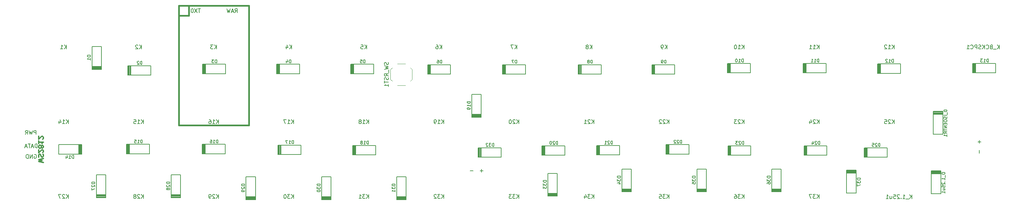
<source format=gbo>
G04 #@! TF.GenerationSoftware,KiCad,Pcbnew,(5.0.1)-3*
G04 #@! TF.CreationDate,2020-01-05T19:02:12+02:00*
G04 #@! TF.ProjectId,Memekeeb,4D656D656B6565622E6B696361645F70,rev?*
G04 #@! TF.SameCoordinates,Original*
G04 #@! TF.FileFunction,Legend,Bot*
G04 #@! TF.FilePolarity,Positive*
%FSLAX46Y46*%
G04 Gerber Fmt 4.6, Leading zero omitted, Abs format (unit mm)*
G04 Created by KiCad (PCBNEW (5.0.1)-3) date 01/05/20 19:02:12*
%MOMM*%
%LPD*%
G01*
G04 APERTURE LIST*
%ADD10C,0.300000*%
%ADD11C,0.200000*%
%ADD12C,0.381000*%
%ADD13C,0.120000*%
%ADD14C,0.150000*%
G04 APERTURE END LIST*
D10*
X56757142Y-99271428D02*
X55557142Y-98985714D01*
X56414285Y-98757142D01*
X55557142Y-98528571D01*
X56757142Y-98242857D01*
X55614285Y-97842857D02*
X55557142Y-97671428D01*
X55557142Y-97385714D01*
X55614285Y-97271428D01*
X55671428Y-97214285D01*
X55785714Y-97157142D01*
X55900000Y-97157142D01*
X56014285Y-97214285D01*
X56071428Y-97271428D01*
X56128571Y-97385714D01*
X56185714Y-97614285D01*
X56242857Y-97728571D01*
X56300000Y-97785714D01*
X56414285Y-97842857D01*
X56528571Y-97842857D01*
X56642857Y-97785714D01*
X56700000Y-97728571D01*
X56757142Y-97614285D01*
X56757142Y-97328571D01*
X56700000Y-97157142D01*
X56642857Y-96700000D02*
X56700000Y-96642857D01*
X56757142Y-96528571D01*
X56757142Y-96242857D01*
X56700000Y-96128571D01*
X56642857Y-96071428D01*
X56528571Y-96014285D01*
X56414285Y-96014285D01*
X56242857Y-96071428D01*
X55557142Y-96757142D01*
X55557142Y-96014285D01*
X56242857Y-95328571D02*
X56300000Y-95442857D01*
X56357142Y-95500000D01*
X56471428Y-95557142D01*
X56528571Y-95557142D01*
X56642857Y-95500000D01*
X56700000Y-95442857D01*
X56757142Y-95328571D01*
X56757142Y-95100000D01*
X56700000Y-94985714D01*
X56642857Y-94928571D01*
X56528571Y-94871428D01*
X56471428Y-94871428D01*
X56357142Y-94928571D01*
X56300000Y-94985714D01*
X56242857Y-95100000D01*
X56242857Y-95328571D01*
X56185714Y-95442857D01*
X56128571Y-95500000D01*
X56014285Y-95557142D01*
X55785714Y-95557142D01*
X55671428Y-95500000D01*
X55614285Y-95442857D01*
X55557142Y-95328571D01*
X55557142Y-95100000D01*
X55614285Y-94985714D01*
X55671428Y-94928571D01*
X55785714Y-94871428D01*
X56014285Y-94871428D01*
X56128571Y-94928571D01*
X56185714Y-94985714D01*
X56242857Y-95100000D01*
X55557142Y-93728571D02*
X55557142Y-94414285D01*
X55557142Y-94071428D02*
X56757142Y-94071428D01*
X56585714Y-94185714D01*
X56471428Y-94300000D01*
X56414285Y-94414285D01*
X56642857Y-93271428D02*
X56700000Y-93214285D01*
X56757142Y-93100000D01*
X56757142Y-92814285D01*
X56700000Y-92700000D01*
X56642857Y-92642857D01*
X56528571Y-92585714D01*
X56414285Y-92585714D01*
X56242857Y-92642857D01*
X55557142Y-93328571D01*
X55557142Y-92585714D01*
D11*
G04 #@! TO.C,D1*
X69100000Y-69700000D02*
X69100000Y-75500000D01*
X71500000Y-69700000D02*
X69100000Y-69700000D01*
X71500000Y-75500000D02*
X71500000Y-69700000D01*
X71500000Y-75425000D02*
X69100000Y-75425000D01*
X71500000Y-75300000D02*
X69100000Y-75300000D01*
X69100000Y-75525000D02*
X71500000Y-75525000D01*
X71500000Y-75125000D02*
X69100000Y-75125000D01*
X71500000Y-74950000D02*
X69100000Y-74950000D01*
X71500000Y-74775000D02*
X69100000Y-74775000D01*
G04 #@! TO.C,D2*
X84000000Y-74600000D02*
X78200000Y-74600000D01*
X84000000Y-77000000D02*
X84000000Y-74600000D01*
X78200000Y-77000000D02*
X84000000Y-77000000D01*
X78275000Y-77000000D02*
X78275000Y-74600000D01*
X78400000Y-77000000D02*
X78400000Y-74600000D01*
X78175000Y-74600000D02*
X78175000Y-77000000D01*
X78575000Y-77000000D02*
X78575000Y-74600000D01*
X78750000Y-77000000D02*
X78750000Y-74600000D01*
X78925000Y-77000000D02*
X78925000Y-74600000D01*
G04 #@! TO.C,D3*
X103000000Y-74200000D02*
X97200000Y-74200000D01*
X103000000Y-76600000D02*
X103000000Y-74200000D01*
X97200000Y-76600000D02*
X103000000Y-76600000D01*
X97275000Y-76600000D02*
X97275000Y-74200000D01*
X97400000Y-76600000D02*
X97400000Y-74200000D01*
X97175000Y-74200000D02*
X97175000Y-76600000D01*
X97575000Y-76600000D02*
X97575000Y-74200000D01*
X97750000Y-76600000D02*
X97750000Y-74200000D01*
X97925000Y-76600000D02*
X97925000Y-74200000D01*
G04 #@! TO.C,D4*
X121800000Y-74200000D02*
X116000000Y-74200000D01*
X121800000Y-76600000D02*
X121800000Y-74200000D01*
X116000000Y-76600000D02*
X121800000Y-76600000D01*
X116075000Y-76600000D02*
X116075000Y-74200000D01*
X116200000Y-76600000D02*
X116200000Y-74200000D01*
X115975000Y-74200000D02*
X115975000Y-76600000D01*
X116375000Y-76600000D02*
X116375000Y-74200000D01*
X116550000Y-76600000D02*
X116550000Y-74200000D01*
X116725000Y-76600000D02*
X116725000Y-74200000D01*
G04 #@! TO.C,D5*
X140600000Y-74200000D02*
X134800000Y-74200000D01*
X140600000Y-76600000D02*
X140600000Y-74200000D01*
X134800000Y-76600000D02*
X140600000Y-76600000D01*
X134875000Y-76600000D02*
X134875000Y-74200000D01*
X135000000Y-76600000D02*
X135000000Y-74200000D01*
X134775000Y-74200000D02*
X134775000Y-76600000D01*
X135175000Y-76600000D02*
X135175000Y-74200000D01*
X135350000Y-76600000D02*
X135350000Y-74200000D01*
X135525000Y-76600000D02*
X135525000Y-74200000D01*
G04 #@! TO.C,D6*
X155025000Y-76700000D02*
X155025000Y-74300000D01*
X154850000Y-76700000D02*
X154850000Y-74300000D01*
X154675000Y-76700000D02*
X154675000Y-74300000D01*
X154275000Y-74300000D02*
X154275000Y-76700000D01*
X154500000Y-76700000D02*
X154500000Y-74300000D01*
X154375000Y-76700000D02*
X154375000Y-74300000D01*
X154300000Y-76700000D02*
X160100000Y-76700000D01*
X160100000Y-76700000D02*
X160100000Y-74300000D01*
X160100000Y-74300000D02*
X154300000Y-74300000D01*
G04 #@! TO.C,D7*
X174025000Y-76700000D02*
X174025000Y-74300000D01*
X173850000Y-76700000D02*
X173850000Y-74300000D01*
X173675000Y-76700000D02*
X173675000Y-74300000D01*
X173275000Y-74300000D02*
X173275000Y-76700000D01*
X173500000Y-76700000D02*
X173500000Y-74300000D01*
X173375000Y-76700000D02*
X173375000Y-74300000D01*
X173300000Y-76700000D02*
X179100000Y-76700000D01*
X179100000Y-76700000D02*
X179100000Y-74300000D01*
X179100000Y-74300000D02*
X173300000Y-74300000D01*
G04 #@! TO.C,D8*
X193225000Y-76700000D02*
X193225000Y-74300000D01*
X193050000Y-76700000D02*
X193050000Y-74300000D01*
X192875000Y-76700000D02*
X192875000Y-74300000D01*
X192475000Y-74300000D02*
X192475000Y-76700000D01*
X192700000Y-76700000D02*
X192700000Y-74300000D01*
X192575000Y-76700000D02*
X192575000Y-74300000D01*
X192500000Y-76700000D02*
X198300000Y-76700000D01*
X198300000Y-76700000D02*
X198300000Y-74300000D01*
X198300000Y-74300000D02*
X192500000Y-74300000D01*
G04 #@! TO.C,D9*
X211925000Y-76700000D02*
X211925000Y-74300000D01*
X211750000Y-76700000D02*
X211750000Y-74300000D01*
X211575000Y-76700000D02*
X211575000Y-74300000D01*
X211175000Y-74300000D02*
X211175000Y-76700000D01*
X211400000Y-76700000D02*
X211400000Y-74300000D01*
X211275000Y-76700000D02*
X211275000Y-74300000D01*
X211200000Y-76700000D02*
X217000000Y-76700000D01*
X217000000Y-76700000D02*
X217000000Y-74300000D01*
X217000000Y-74300000D02*
X211200000Y-74300000D01*
G04 #@! TO.C,D10*
X231125000Y-76400000D02*
X231125000Y-74000000D01*
X230950000Y-76400000D02*
X230950000Y-74000000D01*
X230775000Y-76400000D02*
X230775000Y-74000000D01*
X230375000Y-74000000D02*
X230375000Y-76400000D01*
X230600000Y-76400000D02*
X230600000Y-74000000D01*
X230475000Y-76400000D02*
X230475000Y-74000000D01*
X230400000Y-76400000D02*
X236200000Y-76400000D01*
X236200000Y-76400000D02*
X236200000Y-74000000D01*
X236200000Y-74000000D02*
X230400000Y-74000000D01*
G04 #@! TO.C,D11*
X250325000Y-76400000D02*
X250325000Y-74000000D01*
X250150000Y-76400000D02*
X250150000Y-74000000D01*
X249975000Y-76400000D02*
X249975000Y-74000000D01*
X249575000Y-74000000D02*
X249575000Y-76400000D01*
X249800000Y-76400000D02*
X249800000Y-74000000D01*
X249675000Y-76400000D02*
X249675000Y-74000000D01*
X249600000Y-76400000D02*
X255400000Y-76400000D01*
X255400000Y-76400000D02*
X255400000Y-74000000D01*
X255400000Y-74000000D02*
X249600000Y-74000000D01*
G04 #@! TO.C,D12*
X269225000Y-76500000D02*
X269225000Y-74100000D01*
X269050000Y-76500000D02*
X269050000Y-74100000D01*
X268875000Y-76500000D02*
X268875000Y-74100000D01*
X268475000Y-74100000D02*
X268475000Y-76500000D01*
X268700000Y-76500000D02*
X268700000Y-74100000D01*
X268575000Y-76500000D02*
X268575000Y-74100000D01*
X268500000Y-76500000D02*
X274300000Y-76500000D01*
X274300000Y-76500000D02*
X274300000Y-74100000D01*
X274300000Y-74100000D02*
X268500000Y-74100000D01*
G04 #@! TO.C,D13*
X293325000Y-76400000D02*
X293325000Y-74000000D01*
X293150000Y-76400000D02*
X293150000Y-74000000D01*
X292975000Y-76400000D02*
X292975000Y-74000000D01*
X292575000Y-74000000D02*
X292575000Y-76400000D01*
X292800000Y-76400000D02*
X292800000Y-74000000D01*
X292675000Y-76400000D02*
X292675000Y-74000000D01*
X292600000Y-76400000D02*
X298400000Y-76400000D01*
X298400000Y-76400000D02*
X298400000Y-74000000D01*
X298400000Y-74000000D02*
X292600000Y-74000000D01*
G04 #@! TO.C,D14*
X65775000Y-94700000D02*
X65775000Y-97100000D01*
X65950000Y-94700000D02*
X65950000Y-97100000D01*
X66125000Y-94700000D02*
X66125000Y-97100000D01*
X66525000Y-97100000D02*
X66525000Y-94700000D01*
X66300000Y-94700000D02*
X66300000Y-97100000D01*
X66425000Y-94700000D02*
X66425000Y-97100000D01*
X66500000Y-94700000D02*
X60700000Y-94700000D01*
X60700000Y-94700000D02*
X60700000Y-97100000D01*
X60700000Y-97100000D02*
X66500000Y-97100000D01*
G04 #@! TO.C,D15*
X78625000Y-97000000D02*
X78625000Y-94600000D01*
X78450000Y-97000000D02*
X78450000Y-94600000D01*
X78275000Y-97000000D02*
X78275000Y-94600000D01*
X77875000Y-94600000D02*
X77875000Y-97000000D01*
X78100000Y-97000000D02*
X78100000Y-94600000D01*
X77975000Y-97000000D02*
X77975000Y-94600000D01*
X77900000Y-97000000D02*
X83700000Y-97000000D01*
X83700000Y-97000000D02*
X83700000Y-94600000D01*
X83700000Y-94600000D02*
X77900000Y-94600000D01*
G04 #@! TO.C,D16*
X97825000Y-97000000D02*
X97825000Y-94600000D01*
X97650000Y-97000000D02*
X97650000Y-94600000D01*
X97475000Y-97000000D02*
X97475000Y-94600000D01*
X97075000Y-94600000D02*
X97075000Y-97000000D01*
X97300000Y-97000000D02*
X97300000Y-94600000D01*
X97175000Y-97000000D02*
X97175000Y-94600000D01*
X97100000Y-97000000D02*
X102900000Y-97000000D01*
X102900000Y-97000000D02*
X102900000Y-94600000D01*
X102900000Y-94600000D02*
X97100000Y-94600000D01*
G04 #@! TO.C,D17*
X117025000Y-97200000D02*
X117025000Y-94800000D01*
X116850000Y-97200000D02*
X116850000Y-94800000D01*
X116675000Y-97200000D02*
X116675000Y-94800000D01*
X116275000Y-94800000D02*
X116275000Y-97200000D01*
X116500000Y-97200000D02*
X116500000Y-94800000D01*
X116375000Y-97200000D02*
X116375000Y-94800000D01*
X116300000Y-97200000D02*
X122100000Y-97200000D01*
X122100000Y-97200000D02*
X122100000Y-94800000D01*
X122100000Y-94800000D02*
X116300000Y-94800000D01*
G04 #@! TO.C,D18*
X136025000Y-97300000D02*
X136025000Y-94900000D01*
X135850000Y-97300000D02*
X135850000Y-94900000D01*
X135675000Y-97300000D02*
X135675000Y-94900000D01*
X135275000Y-94900000D02*
X135275000Y-97300000D01*
X135500000Y-97300000D02*
X135500000Y-94900000D01*
X135375000Y-97300000D02*
X135375000Y-94900000D01*
X135300000Y-97300000D02*
X141100000Y-97300000D01*
X141100000Y-97300000D02*
X141100000Y-94900000D01*
X141100000Y-94900000D02*
X135300000Y-94900000D01*
G04 #@! TO.C,D19*
X167900000Y-86975000D02*
X165500000Y-86975000D01*
X167900000Y-87150000D02*
X165500000Y-87150000D01*
X167900000Y-87325000D02*
X165500000Y-87325000D01*
X165500000Y-87725000D02*
X167900000Y-87725000D01*
X167900000Y-87500000D02*
X165500000Y-87500000D01*
X167900000Y-87625000D02*
X165500000Y-87625000D01*
X167900000Y-87700000D02*
X167900000Y-81900000D01*
X167900000Y-81900000D02*
X165500000Y-81900000D01*
X165500000Y-81900000D02*
X165500000Y-87700000D01*
G04 #@! TO.C,D20*
X184025000Y-97400000D02*
X184025000Y-95000000D01*
X183850000Y-97400000D02*
X183850000Y-95000000D01*
X183675000Y-97400000D02*
X183675000Y-95000000D01*
X183275000Y-95000000D02*
X183275000Y-97400000D01*
X183500000Y-97400000D02*
X183500000Y-95000000D01*
X183375000Y-97400000D02*
X183375000Y-95000000D01*
X183300000Y-97400000D02*
X189100000Y-97400000D01*
X189100000Y-97400000D02*
X189100000Y-95000000D01*
X189100000Y-95000000D02*
X183300000Y-95000000D01*
G04 #@! TO.C,D21*
X203000000Y-94900000D02*
X197200000Y-94900000D01*
X203000000Y-97300000D02*
X203000000Y-94900000D01*
X197200000Y-97300000D02*
X203000000Y-97300000D01*
X197275000Y-97300000D02*
X197275000Y-94900000D01*
X197400000Y-97300000D02*
X197400000Y-94900000D01*
X197175000Y-94900000D02*
X197175000Y-97300000D01*
X197575000Y-97300000D02*
X197575000Y-94900000D01*
X197750000Y-97300000D02*
X197750000Y-94900000D01*
X197925000Y-97300000D02*
X197925000Y-94900000D01*
G04 #@! TO.C,D22*
X220600000Y-94700000D02*
X214800000Y-94700000D01*
X220600000Y-97100000D02*
X220600000Y-94700000D01*
X214800000Y-97100000D02*
X220600000Y-97100000D01*
X214875000Y-97100000D02*
X214875000Y-94700000D01*
X215000000Y-97100000D02*
X215000000Y-94700000D01*
X214775000Y-94700000D02*
X214775000Y-97100000D01*
X215175000Y-97100000D02*
X215175000Y-94700000D01*
X215350000Y-97100000D02*
X215350000Y-94700000D01*
X215525000Y-97100000D02*
X215525000Y-94700000D01*
G04 #@! TO.C,D23*
X236300000Y-95000000D02*
X230500000Y-95000000D01*
X236300000Y-97400000D02*
X236300000Y-95000000D01*
X230500000Y-97400000D02*
X236300000Y-97400000D01*
X230575000Y-97400000D02*
X230575000Y-95000000D01*
X230700000Y-97400000D02*
X230700000Y-95000000D01*
X230475000Y-95000000D02*
X230475000Y-97400000D01*
X230875000Y-97400000D02*
X230875000Y-95000000D01*
X231050000Y-97400000D02*
X231050000Y-95000000D01*
X231225000Y-97400000D02*
X231225000Y-95000000D01*
G04 #@! TO.C,D24*
X255600000Y-95000000D02*
X249800000Y-95000000D01*
X255600000Y-97400000D02*
X255600000Y-95000000D01*
X249800000Y-97400000D02*
X255600000Y-97400000D01*
X249875000Y-97400000D02*
X249875000Y-95000000D01*
X250000000Y-97400000D02*
X250000000Y-95000000D01*
X249775000Y-95000000D02*
X249775000Y-97400000D01*
X250175000Y-97400000D02*
X250175000Y-95000000D01*
X250350000Y-97400000D02*
X250350000Y-95000000D01*
X250525000Y-97400000D02*
X250525000Y-95000000D01*
G04 #@! TO.C,D25*
X270900000Y-95500000D02*
X265100000Y-95500000D01*
X270900000Y-97900000D02*
X270900000Y-95500000D01*
X265100000Y-97900000D02*
X270900000Y-97900000D01*
X265175000Y-97900000D02*
X265175000Y-95500000D01*
X265300000Y-97900000D02*
X265300000Y-95500000D01*
X265075000Y-95500000D02*
X265075000Y-97900000D01*
X265475000Y-97900000D02*
X265475000Y-95500000D01*
X265650000Y-97900000D02*
X265650000Y-95500000D01*
X265825000Y-97900000D02*
X265825000Y-95500000D01*
G04 #@! TO.C,D27*
X70200000Y-102400000D02*
X70200000Y-108200000D01*
X72600000Y-102400000D02*
X70200000Y-102400000D01*
X72600000Y-108200000D02*
X72600000Y-102400000D01*
X72600000Y-108125000D02*
X70200000Y-108125000D01*
X72600000Y-108000000D02*
X70200000Y-108000000D01*
X70200000Y-108225000D02*
X72600000Y-108225000D01*
X72600000Y-107825000D02*
X70200000Y-107825000D01*
X72600000Y-107650000D02*
X70200000Y-107650000D01*
X72600000Y-107475000D02*
X70200000Y-107475000D01*
G04 #@! TO.C,D28*
X89200000Y-102400000D02*
X89200000Y-108200000D01*
X91600000Y-102400000D02*
X89200000Y-102400000D01*
X91600000Y-108200000D02*
X91600000Y-102400000D01*
X91600000Y-108125000D02*
X89200000Y-108125000D01*
X91600000Y-108000000D02*
X89200000Y-108000000D01*
X89200000Y-108225000D02*
X91600000Y-108225000D01*
X91600000Y-107825000D02*
X89200000Y-107825000D01*
X91600000Y-107650000D02*
X89200000Y-107650000D01*
X91600000Y-107475000D02*
X89200000Y-107475000D01*
G04 #@! TO.C,D29*
X108200000Y-102900000D02*
X108200000Y-108700000D01*
X110600000Y-102900000D02*
X108200000Y-102900000D01*
X110600000Y-108700000D02*
X110600000Y-102900000D01*
X110600000Y-108625000D02*
X108200000Y-108625000D01*
X110600000Y-108500000D02*
X108200000Y-108500000D01*
X108200000Y-108725000D02*
X110600000Y-108725000D01*
X110600000Y-108325000D02*
X108200000Y-108325000D01*
X110600000Y-108150000D02*
X108200000Y-108150000D01*
X110600000Y-107975000D02*
X108200000Y-107975000D01*
G04 #@! TO.C,D30*
X127400000Y-102900000D02*
X127400000Y-108700000D01*
X129800000Y-102900000D02*
X127400000Y-102900000D01*
X129800000Y-108700000D02*
X129800000Y-102900000D01*
X129800000Y-108625000D02*
X127400000Y-108625000D01*
X129800000Y-108500000D02*
X127400000Y-108500000D01*
X127400000Y-108725000D02*
X129800000Y-108725000D01*
X129800000Y-108325000D02*
X127400000Y-108325000D01*
X129800000Y-108150000D02*
X127400000Y-108150000D01*
X129800000Y-107975000D02*
X127400000Y-107975000D01*
G04 #@! TO.C,D31*
X146400000Y-102900000D02*
X146400000Y-108700000D01*
X148800000Y-102900000D02*
X146400000Y-102900000D01*
X148800000Y-108700000D02*
X148800000Y-102900000D01*
X148800000Y-108625000D02*
X146400000Y-108625000D01*
X148800000Y-108500000D02*
X146400000Y-108500000D01*
X146400000Y-108725000D02*
X148800000Y-108725000D01*
X148800000Y-108325000D02*
X146400000Y-108325000D01*
X148800000Y-108150000D02*
X146400000Y-108150000D01*
X148800000Y-107975000D02*
X146400000Y-107975000D01*
G04 #@! TO.C,D32*
X172900000Y-95500000D02*
X167100000Y-95500000D01*
X172900000Y-97900000D02*
X172900000Y-95500000D01*
X167100000Y-97900000D02*
X172900000Y-97900000D01*
X167175000Y-97900000D02*
X167175000Y-95500000D01*
X167300000Y-97900000D02*
X167300000Y-95500000D01*
X167075000Y-95500000D02*
X167075000Y-97900000D01*
X167475000Y-97900000D02*
X167475000Y-95500000D01*
X167650000Y-97900000D02*
X167650000Y-95500000D01*
X167825000Y-97900000D02*
X167825000Y-95500000D01*
G04 #@! TO.C,D33*
X184800000Y-102000000D02*
X184800000Y-107800000D01*
X187200000Y-102000000D02*
X184800000Y-102000000D01*
X187200000Y-107800000D02*
X187200000Y-102000000D01*
X187200000Y-107725000D02*
X184800000Y-107725000D01*
X187200000Y-107600000D02*
X184800000Y-107600000D01*
X184800000Y-107825000D02*
X187200000Y-107825000D01*
X187200000Y-107425000D02*
X184800000Y-107425000D01*
X187200000Y-107250000D02*
X184800000Y-107250000D01*
X187200000Y-107075000D02*
X184800000Y-107075000D01*
G04 #@! TO.C,D34*
X203600000Y-100900000D02*
X203600000Y-106700000D01*
X206000000Y-100900000D02*
X203600000Y-100900000D01*
X206000000Y-106700000D02*
X206000000Y-100900000D01*
X206000000Y-106625000D02*
X203600000Y-106625000D01*
X206000000Y-106500000D02*
X203600000Y-106500000D01*
X203600000Y-106725000D02*
X206000000Y-106725000D01*
X206000000Y-106325000D02*
X203600000Y-106325000D01*
X206000000Y-106150000D02*
X203600000Y-106150000D01*
X206000000Y-105975000D02*
X203600000Y-105975000D01*
G04 #@! TO.C,D35*
X222600000Y-100900000D02*
X222600000Y-106700000D01*
X225000000Y-100900000D02*
X222600000Y-100900000D01*
X225000000Y-106700000D02*
X225000000Y-100900000D01*
X225000000Y-106625000D02*
X222600000Y-106625000D01*
X225000000Y-106500000D02*
X222600000Y-106500000D01*
X222600000Y-106725000D02*
X225000000Y-106725000D01*
X225000000Y-106325000D02*
X222600000Y-106325000D01*
X225000000Y-106150000D02*
X222600000Y-106150000D01*
X225000000Y-105975000D02*
X222600000Y-105975000D01*
G04 #@! TO.C,D36*
X244000000Y-105975000D02*
X241600000Y-105975000D01*
X244000000Y-106150000D02*
X241600000Y-106150000D01*
X244000000Y-106325000D02*
X241600000Y-106325000D01*
X241600000Y-106725000D02*
X244000000Y-106725000D01*
X244000000Y-106500000D02*
X241600000Y-106500000D01*
X244000000Y-106625000D02*
X241600000Y-106625000D01*
X244000000Y-106700000D02*
X244000000Y-100900000D01*
X244000000Y-100900000D02*
X241600000Y-100900000D01*
X241600000Y-100900000D02*
X241600000Y-106700000D01*
G04 #@! TO.C,D37*
X260600000Y-101925000D02*
X263000000Y-101925000D01*
X260600000Y-101750000D02*
X263000000Y-101750000D01*
X260600000Y-101575000D02*
X263000000Y-101575000D01*
X263000000Y-101175000D02*
X260600000Y-101175000D01*
X260600000Y-101400000D02*
X263000000Y-101400000D01*
X260600000Y-101275000D02*
X263000000Y-101275000D01*
X260600000Y-101200000D02*
X260600000Y-107000000D01*
X260600000Y-107000000D02*
X263000000Y-107000000D01*
X263000000Y-107000000D02*
X263000000Y-101200000D01*
G04 #@! TO.C,D_1.25u1*
X282100000Y-102125000D02*
X284500000Y-102125000D01*
X282100000Y-101950000D02*
X284500000Y-101950000D01*
X282100000Y-101775000D02*
X284500000Y-101775000D01*
X284500000Y-101375000D02*
X282100000Y-101375000D01*
X282100000Y-101600000D02*
X284500000Y-101600000D01*
X282100000Y-101475000D02*
X284500000Y-101475000D01*
X282100000Y-101400000D02*
X282100000Y-107200000D01*
X282100000Y-107200000D02*
X284500000Y-107200000D01*
X284500000Y-107200000D02*
X284500000Y-101400000D01*
D12*
G04 #@! TO.C,MCU_Pro_Micr0*
X108890000Y-59260000D02*
X91110000Y-59260000D01*
X91110000Y-59260000D02*
X91110000Y-89740000D01*
X91110000Y-89740000D02*
X108890000Y-89740000D01*
X108890000Y-89740000D02*
X108890000Y-59260000D01*
X93650000Y-59260000D02*
X93650000Y-61800000D01*
X93650000Y-61800000D02*
X91110000Y-61800000D01*
D13*
G04 #@! TO.C,SW_RST1*
X149900000Y-75100000D02*
X150350000Y-75550000D01*
X149900000Y-78500000D02*
X150350000Y-78050000D01*
X145300000Y-78500000D02*
X144850000Y-78050000D01*
X145300000Y-75100000D02*
X144850000Y-75550000D01*
X146600000Y-79550000D02*
X148600000Y-79550000D01*
X150350000Y-75550000D02*
X150350000Y-78050000D01*
X146600000Y-74050000D02*
X148600000Y-74050000D01*
X144850000Y-75550000D02*
X144850000Y-78050000D01*
D11*
G04 #@! TO.C,D_ISOENTR1*
X282600000Y-86925000D02*
X285000000Y-86925000D01*
X282600000Y-86750000D02*
X285000000Y-86750000D01*
X282600000Y-86575000D02*
X285000000Y-86575000D01*
X285000000Y-86175000D02*
X282600000Y-86175000D01*
X282600000Y-86400000D02*
X285000000Y-86400000D01*
X282600000Y-86275000D02*
X285000000Y-86275000D01*
X282600000Y-86200000D02*
X282600000Y-92000000D01*
X282600000Y-92000000D02*
X285000000Y-92000000D01*
X285000000Y-92000000D02*
X285000000Y-86200000D01*
G04 #@! TO.C,D1*
D14*
X68736904Y-71909523D02*
X67936904Y-71909523D01*
X67936904Y-72100000D01*
X67975000Y-72214285D01*
X68051190Y-72290476D01*
X68127380Y-72328571D01*
X68279761Y-72366666D01*
X68394047Y-72366666D01*
X68546428Y-72328571D01*
X68622619Y-72290476D01*
X68698809Y-72214285D01*
X68736904Y-72100000D01*
X68736904Y-71909523D01*
X68736904Y-73128571D02*
X68736904Y-72671428D01*
X68736904Y-72900000D02*
X67936904Y-72900000D01*
X68051190Y-72823809D01*
X68127380Y-72747619D01*
X68165476Y-72671428D01*
G04 #@! TO.C,D2*
X81790476Y-74236904D02*
X81790476Y-73436904D01*
X81600000Y-73436904D01*
X81485714Y-73475000D01*
X81409523Y-73551190D01*
X81371428Y-73627380D01*
X81333333Y-73779761D01*
X81333333Y-73894047D01*
X81371428Y-74046428D01*
X81409523Y-74122619D01*
X81485714Y-74198809D01*
X81600000Y-74236904D01*
X81790476Y-74236904D01*
X81028571Y-73513095D02*
X80990476Y-73475000D01*
X80914285Y-73436904D01*
X80723809Y-73436904D01*
X80647619Y-73475000D01*
X80609523Y-73513095D01*
X80571428Y-73589285D01*
X80571428Y-73665476D01*
X80609523Y-73779761D01*
X81066666Y-74236904D01*
X80571428Y-74236904D01*
G04 #@! TO.C,D3*
X100790476Y-73836904D02*
X100790476Y-73036904D01*
X100600000Y-73036904D01*
X100485714Y-73075000D01*
X100409523Y-73151190D01*
X100371428Y-73227380D01*
X100333333Y-73379761D01*
X100333333Y-73494047D01*
X100371428Y-73646428D01*
X100409523Y-73722619D01*
X100485714Y-73798809D01*
X100600000Y-73836904D01*
X100790476Y-73836904D01*
X100066666Y-73036904D02*
X99571428Y-73036904D01*
X99838095Y-73341666D01*
X99723809Y-73341666D01*
X99647619Y-73379761D01*
X99609523Y-73417857D01*
X99571428Y-73494047D01*
X99571428Y-73684523D01*
X99609523Y-73760714D01*
X99647619Y-73798809D01*
X99723809Y-73836904D01*
X99952380Y-73836904D01*
X100028571Y-73798809D01*
X100066666Y-73760714D01*
G04 #@! TO.C,D4*
X119590476Y-73836904D02*
X119590476Y-73036904D01*
X119400000Y-73036904D01*
X119285714Y-73075000D01*
X119209523Y-73151190D01*
X119171428Y-73227380D01*
X119133333Y-73379761D01*
X119133333Y-73494047D01*
X119171428Y-73646428D01*
X119209523Y-73722619D01*
X119285714Y-73798809D01*
X119400000Y-73836904D01*
X119590476Y-73836904D01*
X118447619Y-73303571D02*
X118447619Y-73836904D01*
X118638095Y-72998809D02*
X118828571Y-73570238D01*
X118333333Y-73570238D01*
G04 #@! TO.C,D5*
X138390476Y-73836904D02*
X138390476Y-73036904D01*
X138200000Y-73036904D01*
X138085714Y-73075000D01*
X138009523Y-73151190D01*
X137971428Y-73227380D01*
X137933333Y-73379761D01*
X137933333Y-73494047D01*
X137971428Y-73646428D01*
X138009523Y-73722619D01*
X138085714Y-73798809D01*
X138200000Y-73836904D01*
X138390476Y-73836904D01*
X137209523Y-73036904D02*
X137590476Y-73036904D01*
X137628571Y-73417857D01*
X137590476Y-73379761D01*
X137514285Y-73341666D01*
X137323809Y-73341666D01*
X137247619Y-73379761D01*
X137209523Y-73417857D01*
X137171428Y-73494047D01*
X137171428Y-73684523D01*
X137209523Y-73760714D01*
X137247619Y-73798809D01*
X137323809Y-73836904D01*
X137514285Y-73836904D01*
X137590476Y-73798809D01*
X137628571Y-73760714D01*
G04 #@! TO.C,D6*
X157890476Y-73936904D02*
X157890476Y-73136904D01*
X157700000Y-73136904D01*
X157585714Y-73175000D01*
X157509523Y-73251190D01*
X157471428Y-73327380D01*
X157433333Y-73479761D01*
X157433333Y-73594047D01*
X157471428Y-73746428D01*
X157509523Y-73822619D01*
X157585714Y-73898809D01*
X157700000Y-73936904D01*
X157890476Y-73936904D01*
X156747619Y-73136904D02*
X156900000Y-73136904D01*
X156976190Y-73175000D01*
X157014285Y-73213095D01*
X157090476Y-73327380D01*
X157128571Y-73479761D01*
X157128571Y-73784523D01*
X157090476Y-73860714D01*
X157052380Y-73898809D01*
X156976190Y-73936904D01*
X156823809Y-73936904D01*
X156747619Y-73898809D01*
X156709523Y-73860714D01*
X156671428Y-73784523D01*
X156671428Y-73594047D01*
X156709523Y-73517857D01*
X156747619Y-73479761D01*
X156823809Y-73441666D01*
X156976190Y-73441666D01*
X157052380Y-73479761D01*
X157090476Y-73517857D01*
X157128571Y-73594047D01*
G04 #@! TO.C,D7*
X176890476Y-73936904D02*
X176890476Y-73136904D01*
X176700000Y-73136904D01*
X176585714Y-73175000D01*
X176509523Y-73251190D01*
X176471428Y-73327380D01*
X176433333Y-73479761D01*
X176433333Y-73594047D01*
X176471428Y-73746428D01*
X176509523Y-73822619D01*
X176585714Y-73898809D01*
X176700000Y-73936904D01*
X176890476Y-73936904D01*
X176166666Y-73136904D02*
X175633333Y-73136904D01*
X175976190Y-73936904D01*
G04 #@! TO.C,D8*
X196090476Y-73936904D02*
X196090476Y-73136904D01*
X195900000Y-73136904D01*
X195785714Y-73175000D01*
X195709523Y-73251190D01*
X195671428Y-73327380D01*
X195633333Y-73479761D01*
X195633333Y-73594047D01*
X195671428Y-73746428D01*
X195709523Y-73822619D01*
X195785714Y-73898809D01*
X195900000Y-73936904D01*
X196090476Y-73936904D01*
X195176190Y-73479761D02*
X195252380Y-73441666D01*
X195290476Y-73403571D01*
X195328571Y-73327380D01*
X195328571Y-73289285D01*
X195290476Y-73213095D01*
X195252380Y-73175000D01*
X195176190Y-73136904D01*
X195023809Y-73136904D01*
X194947619Y-73175000D01*
X194909523Y-73213095D01*
X194871428Y-73289285D01*
X194871428Y-73327380D01*
X194909523Y-73403571D01*
X194947619Y-73441666D01*
X195023809Y-73479761D01*
X195176190Y-73479761D01*
X195252380Y-73517857D01*
X195290476Y-73555952D01*
X195328571Y-73632142D01*
X195328571Y-73784523D01*
X195290476Y-73860714D01*
X195252380Y-73898809D01*
X195176190Y-73936904D01*
X195023809Y-73936904D01*
X194947619Y-73898809D01*
X194909523Y-73860714D01*
X194871428Y-73784523D01*
X194871428Y-73632142D01*
X194909523Y-73555952D01*
X194947619Y-73517857D01*
X195023809Y-73479761D01*
G04 #@! TO.C,D9*
X214790476Y-73936904D02*
X214790476Y-73136904D01*
X214600000Y-73136904D01*
X214485714Y-73175000D01*
X214409523Y-73251190D01*
X214371428Y-73327380D01*
X214333333Y-73479761D01*
X214333333Y-73594047D01*
X214371428Y-73746428D01*
X214409523Y-73822619D01*
X214485714Y-73898809D01*
X214600000Y-73936904D01*
X214790476Y-73936904D01*
X213952380Y-73936904D02*
X213800000Y-73936904D01*
X213723809Y-73898809D01*
X213685714Y-73860714D01*
X213609523Y-73746428D01*
X213571428Y-73594047D01*
X213571428Y-73289285D01*
X213609523Y-73213095D01*
X213647619Y-73175000D01*
X213723809Y-73136904D01*
X213876190Y-73136904D01*
X213952380Y-73175000D01*
X213990476Y-73213095D01*
X214028571Y-73289285D01*
X214028571Y-73479761D01*
X213990476Y-73555952D01*
X213952380Y-73594047D01*
X213876190Y-73632142D01*
X213723809Y-73632142D01*
X213647619Y-73594047D01*
X213609523Y-73555952D01*
X213571428Y-73479761D01*
G04 #@! TO.C,D10*
X234371428Y-73636904D02*
X234371428Y-72836904D01*
X234180952Y-72836904D01*
X234066666Y-72875000D01*
X233990476Y-72951190D01*
X233952380Y-73027380D01*
X233914285Y-73179761D01*
X233914285Y-73294047D01*
X233952380Y-73446428D01*
X233990476Y-73522619D01*
X234066666Y-73598809D01*
X234180952Y-73636904D01*
X234371428Y-73636904D01*
X233152380Y-73636904D02*
X233609523Y-73636904D01*
X233380952Y-73636904D02*
X233380952Y-72836904D01*
X233457142Y-72951190D01*
X233533333Y-73027380D01*
X233609523Y-73065476D01*
X232657142Y-72836904D02*
X232580952Y-72836904D01*
X232504761Y-72875000D01*
X232466666Y-72913095D01*
X232428571Y-72989285D01*
X232390476Y-73141666D01*
X232390476Y-73332142D01*
X232428571Y-73484523D01*
X232466666Y-73560714D01*
X232504761Y-73598809D01*
X232580952Y-73636904D01*
X232657142Y-73636904D01*
X232733333Y-73598809D01*
X232771428Y-73560714D01*
X232809523Y-73484523D01*
X232847619Y-73332142D01*
X232847619Y-73141666D01*
X232809523Y-72989285D01*
X232771428Y-72913095D01*
X232733333Y-72875000D01*
X232657142Y-72836904D01*
G04 #@! TO.C,D11*
X253571428Y-73636904D02*
X253571428Y-72836904D01*
X253380952Y-72836904D01*
X253266666Y-72875000D01*
X253190476Y-72951190D01*
X253152380Y-73027380D01*
X253114285Y-73179761D01*
X253114285Y-73294047D01*
X253152380Y-73446428D01*
X253190476Y-73522619D01*
X253266666Y-73598809D01*
X253380952Y-73636904D01*
X253571428Y-73636904D01*
X252352380Y-73636904D02*
X252809523Y-73636904D01*
X252580952Y-73636904D02*
X252580952Y-72836904D01*
X252657142Y-72951190D01*
X252733333Y-73027380D01*
X252809523Y-73065476D01*
X251590476Y-73636904D02*
X252047619Y-73636904D01*
X251819047Y-73636904D02*
X251819047Y-72836904D01*
X251895238Y-72951190D01*
X251971428Y-73027380D01*
X252047619Y-73065476D01*
G04 #@! TO.C,D12*
X272471428Y-73736904D02*
X272471428Y-72936904D01*
X272280952Y-72936904D01*
X272166666Y-72975000D01*
X272090476Y-73051190D01*
X272052380Y-73127380D01*
X272014285Y-73279761D01*
X272014285Y-73394047D01*
X272052380Y-73546428D01*
X272090476Y-73622619D01*
X272166666Y-73698809D01*
X272280952Y-73736904D01*
X272471428Y-73736904D01*
X271252380Y-73736904D02*
X271709523Y-73736904D01*
X271480952Y-73736904D02*
X271480952Y-72936904D01*
X271557142Y-73051190D01*
X271633333Y-73127380D01*
X271709523Y-73165476D01*
X270947619Y-73013095D02*
X270909523Y-72975000D01*
X270833333Y-72936904D01*
X270642857Y-72936904D01*
X270566666Y-72975000D01*
X270528571Y-73013095D01*
X270490476Y-73089285D01*
X270490476Y-73165476D01*
X270528571Y-73279761D01*
X270985714Y-73736904D01*
X270490476Y-73736904D01*
G04 #@! TO.C,D13*
X296571428Y-73636904D02*
X296571428Y-72836904D01*
X296380952Y-72836904D01*
X296266666Y-72875000D01*
X296190476Y-72951190D01*
X296152380Y-73027380D01*
X296114285Y-73179761D01*
X296114285Y-73294047D01*
X296152380Y-73446428D01*
X296190476Y-73522619D01*
X296266666Y-73598809D01*
X296380952Y-73636904D01*
X296571428Y-73636904D01*
X295352380Y-73636904D02*
X295809523Y-73636904D01*
X295580952Y-73636904D02*
X295580952Y-72836904D01*
X295657142Y-72951190D01*
X295733333Y-73027380D01*
X295809523Y-73065476D01*
X295085714Y-72836904D02*
X294590476Y-72836904D01*
X294857142Y-73141666D01*
X294742857Y-73141666D01*
X294666666Y-73179761D01*
X294628571Y-73217857D01*
X294590476Y-73294047D01*
X294590476Y-73484523D01*
X294628571Y-73560714D01*
X294666666Y-73598809D01*
X294742857Y-73636904D01*
X294971428Y-73636904D01*
X295047619Y-73598809D01*
X295085714Y-73560714D01*
G04 #@! TO.C,D14*
X64471428Y-98186904D02*
X64471428Y-97386904D01*
X64280952Y-97386904D01*
X64166666Y-97425000D01*
X64090476Y-97501190D01*
X64052380Y-97577380D01*
X64014285Y-97729761D01*
X64014285Y-97844047D01*
X64052380Y-97996428D01*
X64090476Y-98072619D01*
X64166666Y-98148809D01*
X64280952Y-98186904D01*
X64471428Y-98186904D01*
X63252380Y-98186904D02*
X63709523Y-98186904D01*
X63480952Y-98186904D02*
X63480952Y-97386904D01*
X63557142Y-97501190D01*
X63633333Y-97577380D01*
X63709523Y-97615476D01*
X62566666Y-97653571D02*
X62566666Y-98186904D01*
X62757142Y-97348809D02*
X62947619Y-97920238D01*
X62452380Y-97920238D01*
G04 #@! TO.C,D15*
X81871428Y-94236904D02*
X81871428Y-93436904D01*
X81680952Y-93436904D01*
X81566666Y-93475000D01*
X81490476Y-93551190D01*
X81452380Y-93627380D01*
X81414285Y-93779761D01*
X81414285Y-93894047D01*
X81452380Y-94046428D01*
X81490476Y-94122619D01*
X81566666Y-94198809D01*
X81680952Y-94236904D01*
X81871428Y-94236904D01*
X80652380Y-94236904D02*
X81109523Y-94236904D01*
X80880952Y-94236904D02*
X80880952Y-93436904D01*
X80957142Y-93551190D01*
X81033333Y-93627380D01*
X81109523Y-93665476D01*
X79928571Y-93436904D02*
X80309523Y-93436904D01*
X80347619Y-93817857D01*
X80309523Y-93779761D01*
X80233333Y-93741666D01*
X80042857Y-93741666D01*
X79966666Y-93779761D01*
X79928571Y-93817857D01*
X79890476Y-93894047D01*
X79890476Y-94084523D01*
X79928571Y-94160714D01*
X79966666Y-94198809D01*
X80042857Y-94236904D01*
X80233333Y-94236904D01*
X80309523Y-94198809D01*
X80347619Y-94160714D01*
G04 #@! TO.C,D16*
X101071428Y-94236904D02*
X101071428Y-93436904D01*
X100880952Y-93436904D01*
X100766666Y-93475000D01*
X100690476Y-93551190D01*
X100652380Y-93627380D01*
X100614285Y-93779761D01*
X100614285Y-93894047D01*
X100652380Y-94046428D01*
X100690476Y-94122619D01*
X100766666Y-94198809D01*
X100880952Y-94236904D01*
X101071428Y-94236904D01*
X99852380Y-94236904D02*
X100309523Y-94236904D01*
X100080952Y-94236904D02*
X100080952Y-93436904D01*
X100157142Y-93551190D01*
X100233333Y-93627380D01*
X100309523Y-93665476D01*
X99166666Y-93436904D02*
X99319047Y-93436904D01*
X99395238Y-93475000D01*
X99433333Y-93513095D01*
X99509523Y-93627380D01*
X99547619Y-93779761D01*
X99547619Y-94084523D01*
X99509523Y-94160714D01*
X99471428Y-94198809D01*
X99395238Y-94236904D01*
X99242857Y-94236904D01*
X99166666Y-94198809D01*
X99128571Y-94160714D01*
X99090476Y-94084523D01*
X99090476Y-93894047D01*
X99128571Y-93817857D01*
X99166666Y-93779761D01*
X99242857Y-93741666D01*
X99395238Y-93741666D01*
X99471428Y-93779761D01*
X99509523Y-93817857D01*
X99547619Y-93894047D01*
G04 #@! TO.C,D17*
X120271428Y-94436904D02*
X120271428Y-93636904D01*
X120080952Y-93636904D01*
X119966666Y-93675000D01*
X119890476Y-93751190D01*
X119852380Y-93827380D01*
X119814285Y-93979761D01*
X119814285Y-94094047D01*
X119852380Y-94246428D01*
X119890476Y-94322619D01*
X119966666Y-94398809D01*
X120080952Y-94436904D01*
X120271428Y-94436904D01*
X119052380Y-94436904D02*
X119509523Y-94436904D01*
X119280952Y-94436904D02*
X119280952Y-93636904D01*
X119357142Y-93751190D01*
X119433333Y-93827380D01*
X119509523Y-93865476D01*
X118785714Y-93636904D02*
X118252380Y-93636904D01*
X118595238Y-94436904D01*
G04 #@! TO.C,D18*
X139271428Y-94536904D02*
X139271428Y-93736904D01*
X139080952Y-93736904D01*
X138966666Y-93775000D01*
X138890476Y-93851190D01*
X138852380Y-93927380D01*
X138814285Y-94079761D01*
X138814285Y-94194047D01*
X138852380Y-94346428D01*
X138890476Y-94422619D01*
X138966666Y-94498809D01*
X139080952Y-94536904D01*
X139271428Y-94536904D01*
X138052380Y-94536904D02*
X138509523Y-94536904D01*
X138280952Y-94536904D02*
X138280952Y-93736904D01*
X138357142Y-93851190D01*
X138433333Y-93927380D01*
X138509523Y-93965476D01*
X137595238Y-94079761D02*
X137671428Y-94041666D01*
X137709523Y-94003571D01*
X137747619Y-93927380D01*
X137747619Y-93889285D01*
X137709523Y-93813095D01*
X137671428Y-93775000D01*
X137595238Y-93736904D01*
X137442857Y-93736904D01*
X137366666Y-93775000D01*
X137328571Y-93813095D01*
X137290476Y-93889285D01*
X137290476Y-93927380D01*
X137328571Y-94003571D01*
X137366666Y-94041666D01*
X137442857Y-94079761D01*
X137595238Y-94079761D01*
X137671428Y-94117857D01*
X137709523Y-94155952D01*
X137747619Y-94232142D01*
X137747619Y-94384523D01*
X137709523Y-94460714D01*
X137671428Y-94498809D01*
X137595238Y-94536904D01*
X137442857Y-94536904D01*
X137366666Y-94498809D01*
X137328571Y-94460714D01*
X137290476Y-94384523D01*
X137290476Y-94232142D01*
X137328571Y-94155952D01*
X137366666Y-94117857D01*
X137442857Y-94079761D01*
G04 #@! TO.C,D19*
X165136904Y-83728571D02*
X164336904Y-83728571D01*
X164336904Y-83919047D01*
X164375000Y-84033333D01*
X164451190Y-84109523D01*
X164527380Y-84147619D01*
X164679761Y-84185714D01*
X164794047Y-84185714D01*
X164946428Y-84147619D01*
X165022619Y-84109523D01*
X165098809Y-84033333D01*
X165136904Y-83919047D01*
X165136904Y-83728571D01*
X165136904Y-84947619D02*
X165136904Y-84490476D01*
X165136904Y-84719047D02*
X164336904Y-84719047D01*
X164451190Y-84642857D01*
X164527380Y-84566666D01*
X164565476Y-84490476D01*
X165136904Y-85328571D02*
X165136904Y-85480952D01*
X165098809Y-85557142D01*
X165060714Y-85595238D01*
X164946428Y-85671428D01*
X164794047Y-85709523D01*
X164489285Y-85709523D01*
X164413095Y-85671428D01*
X164375000Y-85633333D01*
X164336904Y-85557142D01*
X164336904Y-85404761D01*
X164375000Y-85328571D01*
X164413095Y-85290476D01*
X164489285Y-85252380D01*
X164679761Y-85252380D01*
X164755952Y-85290476D01*
X164794047Y-85328571D01*
X164832142Y-85404761D01*
X164832142Y-85557142D01*
X164794047Y-85633333D01*
X164755952Y-85671428D01*
X164679761Y-85709523D01*
G04 #@! TO.C,D20*
X187271428Y-94636904D02*
X187271428Y-93836904D01*
X187080952Y-93836904D01*
X186966666Y-93875000D01*
X186890476Y-93951190D01*
X186852380Y-94027380D01*
X186814285Y-94179761D01*
X186814285Y-94294047D01*
X186852380Y-94446428D01*
X186890476Y-94522619D01*
X186966666Y-94598809D01*
X187080952Y-94636904D01*
X187271428Y-94636904D01*
X186509523Y-93913095D02*
X186471428Y-93875000D01*
X186395238Y-93836904D01*
X186204761Y-93836904D01*
X186128571Y-93875000D01*
X186090476Y-93913095D01*
X186052380Y-93989285D01*
X186052380Y-94065476D01*
X186090476Y-94179761D01*
X186547619Y-94636904D01*
X186052380Y-94636904D01*
X185557142Y-93836904D02*
X185480952Y-93836904D01*
X185404761Y-93875000D01*
X185366666Y-93913095D01*
X185328571Y-93989285D01*
X185290476Y-94141666D01*
X185290476Y-94332142D01*
X185328571Y-94484523D01*
X185366666Y-94560714D01*
X185404761Y-94598809D01*
X185480952Y-94636904D01*
X185557142Y-94636904D01*
X185633333Y-94598809D01*
X185671428Y-94560714D01*
X185709523Y-94484523D01*
X185747619Y-94332142D01*
X185747619Y-94141666D01*
X185709523Y-93989285D01*
X185671428Y-93913095D01*
X185633333Y-93875000D01*
X185557142Y-93836904D01*
G04 #@! TO.C,D21*
X201171428Y-94536904D02*
X201171428Y-93736904D01*
X200980952Y-93736904D01*
X200866666Y-93775000D01*
X200790476Y-93851190D01*
X200752380Y-93927380D01*
X200714285Y-94079761D01*
X200714285Y-94194047D01*
X200752380Y-94346428D01*
X200790476Y-94422619D01*
X200866666Y-94498809D01*
X200980952Y-94536904D01*
X201171428Y-94536904D01*
X200409523Y-93813095D02*
X200371428Y-93775000D01*
X200295238Y-93736904D01*
X200104761Y-93736904D01*
X200028571Y-93775000D01*
X199990476Y-93813095D01*
X199952380Y-93889285D01*
X199952380Y-93965476D01*
X199990476Y-94079761D01*
X200447619Y-94536904D01*
X199952380Y-94536904D01*
X199190476Y-94536904D02*
X199647619Y-94536904D01*
X199419047Y-94536904D02*
X199419047Y-93736904D01*
X199495238Y-93851190D01*
X199571428Y-93927380D01*
X199647619Y-93965476D01*
G04 #@! TO.C,D22*
X218771428Y-94336904D02*
X218771428Y-93536904D01*
X218580952Y-93536904D01*
X218466666Y-93575000D01*
X218390476Y-93651190D01*
X218352380Y-93727380D01*
X218314285Y-93879761D01*
X218314285Y-93994047D01*
X218352380Y-94146428D01*
X218390476Y-94222619D01*
X218466666Y-94298809D01*
X218580952Y-94336904D01*
X218771428Y-94336904D01*
X218009523Y-93613095D02*
X217971428Y-93575000D01*
X217895238Y-93536904D01*
X217704761Y-93536904D01*
X217628571Y-93575000D01*
X217590476Y-93613095D01*
X217552380Y-93689285D01*
X217552380Y-93765476D01*
X217590476Y-93879761D01*
X218047619Y-94336904D01*
X217552380Y-94336904D01*
X217247619Y-93613095D02*
X217209523Y-93575000D01*
X217133333Y-93536904D01*
X216942857Y-93536904D01*
X216866666Y-93575000D01*
X216828571Y-93613095D01*
X216790476Y-93689285D01*
X216790476Y-93765476D01*
X216828571Y-93879761D01*
X217285714Y-94336904D01*
X216790476Y-94336904D01*
G04 #@! TO.C,D23*
X234471428Y-94636904D02*
X234471428Y-93836904D01*
X234280952Y-93836904D01*
X234166666Y-93875000D01*
X234090476Y-93951190D01*
X234052380Y-94027380D01*
X234014285Y-94179761D01*
X234014285Y-94294047D01*
X234052380Y-94446428D01*
X234090476Y-94522619D01*
X234166666Y-94598809D01*
X234280952Y-94636904D01*
X234471428Y-94636904D01*
X233709523Y-93913095D02*
X233671428Y-93875000D01*
X233595238Y-93836904D01*
X233404761Y-93836904D01*
X233328571Y-93875000D01*
X233290476Y-93913095D01*
X233252380Y-93989285D01*
X233252380Y-94065476D01*
X233290476Y-94179761D01*
X233747619Y-94636904D01*
X233252380Y-94636904D01*
X232985714Y-93836904D02*
X232490476Y-93836904D01*
X232757142Y-94141666D01*
X232642857Y-94141666D01*
X232566666Y-94179761D01*
X232528571Y-94217857D01*
X232490476Y-94294047D01*
X232490476Y-94484523D01*
X232528571Y-94560714D01*
X232566666Y-94598809D01*
X232642857Y-94636904D01*
X232871428Y-94636904D01*
X232947619Y-94598809D01*
X232985714Y-94560714D01*
G04 #@! TO.C,D24*
X253771428Y-94636904D02*
X253771428Y-93836904D01*
X253580952Y-93836904D01*
X253466666Y-93875000D01*
X253390476Y-93951190D01*
X253352380Y-94027380D01*
X253314285Y-94179761D01*
X253314285Y-94294047D01*
X253352380Y-94446428D01*
X253390476Y-94522619D01*
X253466666Y-94598809D01*
X253580952Y-94636904D01*
X253771428Y-94636904D01*
X253009523Y-93913095D02*
X252971428Y-93875000D01*
X252895238Y-93836904D01*
X252704761Y-93836904D01*
X252628571Y-93875000D01*
X252590476Y-93913095D01*
X252552380Y-93989285D01*
X252552380Y-94065476D01*
X252590476Y-94179761D01*
X253047619Y-94636904D01*
X252552380Y-94636904D01*
X251866666Y-94103571D02*
X251866666Y-94636904D01*
X252057142Y-93798809D02*
X252247619Y-94370238D01*
X251752380Y-94370238D01*
G04 #@! TO.C,D25*
X269071428Y-95136904D02*
X269071428Y-94336904D01*
X268880952Y-94336904D01*
X268766666Y-94375000D01*
X268690476Y-94451190D01*
X268652380Y-94527380D01*
X268614285Y-94679761D01*
X268614285Y-94794047D01*
X268652380Y-94946428D01*
X268690476Y-95022619D01*
X268766666Y-95098809D01*
X268880952Y-95136904D01*
X269071428Y-95136904D01*
X268309523Y-94413095D02*
X268271428Y-94375000D01*
X268195238Y-94336904D01*
X268004761Y-94336904D01*
X267928571Y-94375000D01*
X267890476Y-94413095D01*
X267852380Y-94489285D01*
X267852380Y-94565476D01*
X267890476Y-94679761D01*
X268347619Y-95136904D01*
X267852380Y-95136904D01*
X267128571Y-94336904D02*
X267509523Y-94336904D01*
X267547619Y-94717857D01*
X267509523Y-94679761D01*
X267433333Y-94641666D01*
X267242857Y-94641666D01*
X267166666Y-94679761D01*
X267128571Y-94717857D01*
X267090476Y-94794047D01*
X267090476Y-94984523D01*
X267128571Y-95060714D01*
X267166666Y-95098809D01*
X267242857Y-95136904D01*
X267433333Y-95136904D01*
X267509523Y-95098809D01*
X267547619Y-95060714D01*
G04 #@! TO.C,D27*
X69836904Y-104228571D02*
X69036904Y-104228571D01*
X69036904Y-104419047D01*
X69075000Y-104533333D01*
X69151190Y-104609523D01*
X69227380Y-104647619D01*
X69379761Y-104685714D01*
X69494047Y-104685714D01*
X69646428Y-104647619D01*
X69722619Y-104609523D01*
X69798809Y-104533333D01*
X69836904Y-104419047D01*
X69836904Y-104228571D01*
X69113095Y-104990476D02*
X69075000Y-105028571D01*
X69036904Y-105104761D01*
X69036904Y-105295238D01*
X69075000Y-105371428D01*
X69113095Y-105409523D01*
X69189285Y-105447619D01*
X69265476Y-105447619D01*
X69379761Y-105409523D01*
X69836904Y-104952380D01*
X69836904Y-105447619D01*
X69036904Y-105714285D02*
X69036904Y-106247619D01*
X69836904Y-105904761D01*
G04 #@! TO.C,D28*
X88836904Y-104228571D02*
X88036904Y-104228571D01*
X88036904Y-104419047D01*
X88075000Y-104533333D01*
X88151190Y-104609523D01*
X88227380Y-104647619D01*
X88379761Y-104685714D01*
X88494047Y-104685714D01*
X88646428Y-104647619D01*
X88722619Y-104609523D01*
X88798809Y-104533333D01*
X88836904Y-104419047D01*
X88836904Y-104228571D01*
X88113095Y-104990476D02*
X88075000Y-105028571D01*
X88036904Y-105104761D01*
X88036904Y-105295238D01*
X88075000Y-105371428D01*
X88113095Y-105409523D01*
X88189285Y-105447619D01*
X88265476Y-105447619D01*
X88379761Y-105409523D01*
X88836904Y-104952380D01*
X88836904Y-105447619D01*
X88379761Y-105904761D02*
X88341666Y-105828571D01*
X88303571Y-105790476D01*
X88227380Y-105752380D01*
X88189285Y-105752380D01*
X88113095Y-105790476D01*
X88075000Y-105828571D01*
X88036904Y-105904761D01*
X88036904Y-106057142D01*
X88075000Y-106133333D01*
X88113095Y-106171428D01*
X88189285Y-106209523D01*
X88227380Y-106209523D01*
X88303571Y-106171428D01*
X88341666Y-106133333D01*
X88379761Y-106057142D01*
X88379761Y-105904761D01*
X88417857Y-105828571D01*
X88455952Y-105790476D01*
X88532142Y-105752380D01*
X88684523Y-105752380D01*
X88760714Y-105790476D01*
X88798809Y-105828571D01*
X88836904Y-105904761D01*
X88836904Y-106057142D01*
X88798809Y-106133333D01*
X88760714Y-106171428D01*
X88684523Y-106209523D01*
X88532142Y-106209523D01*
X88455952Y-106171428D01*
X88417857Y-106133333D01*
X88379761Y-106057142D01*
G04 #@! TO.C,D29*
X107836904Y-104728571D02*
X107036904Y-104728571D01*
X107036904Y-104919047D01*
X107075000Y-105033333D01*
X107151190Y-105109523D01*
X107227380Y-105147619D01*
X107379761Y-105185714D01*
X107494047Y-105185714D01*
X107646428Y-105147619D01*
X107722619Y-105109523D01*
X107798809Y-105033333D01*
X107836904Y-104919047D01*
X107836904Y-104728571D01*
X107113095Y-105490476D02*
X107075000Y-105528571D01*
X107036904Y-105604761D01*
X107036904Y-105795238D01*
X107075000Y-105871428D01*
X107113095Y-105909523D01*
X107189285Y-105947619D01*
X107265476Y-105947619D01*
X107379761Y-105909523D01*
X107836904Y-105452380D01*
X107836904Y-105947619D01*
X107836904Y-106328571D02*
X107836904Y-106480952D01*
X107798809Y-106557142D01*
X107760714Y-106595238D01*
X107646428Y-106671428D01*
X107494047Y-106709523D01*
X107189285Y-106709523D01*
X107113095Y-106671428D01*
X107075000Y-106633333D01*
X107036904Y-106557142D01*
X107036904Y-106404761D01*
X107075000Y-106328571D01*
X107113095Y-106290476D01*
X107189285Y-106252380D01*
X107379761Y-106252380D01*
X107455952Y-106290476D01*
X107494047Y-106328571D01*
X107532142Y-106404761D01*
X107532142Y-106557142D01*
X107494047Y-106633333D01*
X107455952Y-106671428D01*
X107379761Y-106709523D01*
G04 #@! TO.C,D30*
X127036904Y-104728571D02*
X126236904Y-104728571D01*
X126236904Y-104919047D01*
X126275000Y-105033333D01*
X126351190Y-105109523D01*
X126427380Y-105147619D01*
X126579761Y-105185714D01*
X126694047Y-105185714D01*
X126846428Y-105147619D01*
X126922619Y-105109523D01*
X126998809Y-105033333D01*
X127036904Y-104919047D01*
X127036904Y-104728571D01*
X126236904Y-105452380D02*
X126236904Y-105947619D01*
X126541666Y-105680952D01*
X126541666Y-105795238D01*
X126579761Y-105871428D01*
X126617857Y-105909523D01*
X126694047Y-105947619D01*
X126884523Y-105947619D01*
X126960714Y-105909523D01*
X126998809Y-105871428D01*
X127036904Y-105795238D01*
X127036904Y-105566666D01*
X126998809Y-105490476D01*
X126960714Y-105452380D01*
X126236904Y-106442857D02*
X126236904Y-106519047D01*
X126275000Y-106595238D01*
X126313095Y-106633333D01*
X126389285Y-106671428D01*
X126541666Y-106709523D01*
X126732142Y-106709523D01*
X126884523Y-106671428D01*
X126960714Y-106633333D01*
X126998809Y-106595238D01*
X127036904Y-106519047D01*
X127036904Y-106442857D01*
X126998809Y-106366666D01*
X126960714Y-106328571D01*
X126884523Y-106290476D01*
X126732142Y-106252380D01*
X126541666Y-106252380D01*
X126389285Y-106290476D01*
X126313095Y-106328571D01*
X126275000Y-106366666D01*
X126236904Y-106442857D01*
G04 #@! TO.C,D31*
X146036904Y-104728571D02*
X145236904Y-104728571D01*
X145236904Y-104919047D01*
X145275000Y-105033333D01*
X145351190Y-105109523D01*
X145427380Y-105147619D01*
X145579761Y-105185714D01*
X145694047Y-105185714D01*
X145846428Y-105147619D01*
X145922619Y-105109523D01*
X145998809Y-105033333D01*
X146036904Y-104919047D01*
X146036904Y-104728571D01*
X145236904Y-105452380D02*
X145236904Y-105947619D01*
X145541666Y-105680952D01*
X145541666Y-105795238D01*
X145579761Y-105871428D01*
X145617857Y-105909523D01*
X145694047Y-105947619D01*
X145884523Y-105947619D01*
X145960714Y-105909523D01*
X145998809Y-105871428D01*
X146036904Y-105795238D01*
X146036904Y-105566666D01*
X145998809Y-105490476D01*
X145960714Y-105452380D01*
X146036904Y-106709523D02*
X146036904Y-106252380D01*
X146036904Y-106480952D02*
X145236904Y-106480952D01*
X145351190Y-106404761D01*
X145427380Y-106328571D01*
X145465476Y-106252380D01*
G04 #@! TO.C,D32*
X171071428Y-95136904D02*
X171071428Y-94336904D01*
X170880952Y-94336904D01*
X170766666Y-94375000D01*
X170690476Y-94451190D01*
X170652380Y-94527380D01*
X170614285Y-94679761D01*
X170614285Y-94794047D01*
X170652380Y-94946428D01*
X170690476Y-95022619D01*
X170766666Y-95098809D01*
X170880952Y-95136904D01*
X171071428Y-95136904D01*
X170347619Y-94336904D02*
X169852380Y-94336904D01*
X170119047Y-94641666D01*
X170004761Y-94641666D01*
X169928571Y-94679761D01*
X169890476Y-94717857D01*
X169852380Y-94794047D01*
X169852380Y-94984523D01*
X169890476Y-95060714D01*
X169928571Y-95098809D01*
X170004761Y-95136904D01*
X170233333Y-95136904D01*
X170309523Y-95098809D01*
X170347619Y-95060714D01*
X169547619Y-94413095D02*
X169509523Y-94375000D01*
X169433333Y-94336904D01*
X169242857Y-94336904D01*
X169166666Y-94375000D01*
X169128571Y-94413095D01*
X169090476Y-94489285D01*
X169090476Y-94565476D01*
X169128571Y-94679761D01*
X169585714Y-95136904D01*
X169090476Y-95136904D01*
G04 #@! TO.C,D33*
X184436904Y-103828571D02*
X183636904Y-103828571D01*
X183636904Y-104019047D01*
X183675000Y-104133333D01*
X183751190Y-104209523D01*
X183827380Y-104247619D01*
X183979761Y-104285714D01*
X184094047Y-104285714D01*
X184246428Y-104247619D01*
X184322619Y-104209523D01*
X184398809Y-104133333D01*
X184436904Y-104019047D01*
X184436904Y-103828571D01*
X183636904Y-104552380D02*
X183636904Y-105047619D01*
X183941666Y-104780952D01*
X183941666Y-104895238D01*
X183979761Y-104971428D01*
X184017857Y-105009523D01*
X184094047Y-105047619D01*
X184284523Y-105047619D01*
X184360714Y-105009523D01*
X184398809Y-104971428D01*
X184436904Y-104895238D01*
X184436904Y-104666666D01*
X184398809Y-104590476D01*
X184360714Y-104552380D01*
X183636904Y-105314285D02*
X183636904Y-105809523D01*
X183941666Y-105542857D01*
X183941666Y-105657142D01*
X183979761Y-105733333D01*
X184017857Y-105771428D01*
X184094047Y-105809523D01*
X184284523Y-105809523D01*
X184360714Y-105771428D01*
X184398809Y-105733333D01*
X184436904Y-105657142D01*
X184436904Y-105428571D01*
X184398809Y-105352380D01*
X184360714Y-105314285D01*
G04 #@! TO.C,D34*
X203236904Y-102728571D02*
X202436904Y-102728571D01*
X202436904Y-102919047D01*
X202475000Y-103033333D01*
X202551190Y-103109523D01*
X202627380Y-103147619D01*
X202779761Y-103185714D01*
X202894047Y-103185714D01*
X203046428Y-103147619D01*
X203122619Y-103109523D01*
X203198809Y-103033333D01*
X203236904Y-102919047D01*
X203236904Y-102728571D01*
X202436904Y-103452380D02*
X202436904Y-103947619D01*
X202741666Y-103680952D01*
X202741666Y-103795238D01*
X202779761Y-103871428D01*
X202817857Y-103909523D01*
X202894047Y-103947619D01*
X203084523Y-103947619D01*
X203160714Y-103909523D01*
X203198809Y-103871428D01*
X203236904Y-103795238D01*
X203236904Y-103566666D01*
X203198809Y-103490476D01*
X203160714Y-103452380D01*
X202703571Y-104633333D02*
X203236904Y-104633333D01*
X202398809Y-104442857D02*
X202970238Y-104252380D01*
X202970238Y-104747619D01*
G04 #@! TO.C,D35*
X222236904Y-102728571D02*
X221436904Y-102728571D01*
X221436904Y-102919047D01*
X221475000Y-103033333D01*
X221551190Y-103109523D01*
X221627380Y-103147619D01*
X221779761Y-103185714D01*
X221894047Y-103185714D01*
X222046428Y-103147619D01*
X222122619Y-103109523D01*
X222198809Y-103033333D01*
X222236904Y-102919047D01*
X222236904Y-102728571D01*
X221436904Y-103452380D02*
X221436904Y-103947619D01*
X221741666Y-103680952D01*
X221741666Y-103795238D01*
X221779761Y-103871428D01*
X221817857Y-103909523D01*
X221894047Y-103947619D01*
X222084523Y-103947619D01*
X222160714Y-103909523D01*
X222198809Y-103871428D01*
X222236904Y-103795238D01*
X222236904Y-103566666D01*
X222198809Y-103490476D01*
X222160714Y-103452380D01*
X221436904Y-104671428D02*
X221436904Y-104290476D01*
X221817857Y-104252380D01*
X221779761Y-104290476D01*
X221741666Y-104366666D01*
X221741666Y-104557142D01*
X221779761Y-104633333D01*
X221817857Y-104671428D01*
X221894047Y-104709523D01*
X222084523Y-104709523D01*
X222160714Y-104671428D01*
X222198809Y-104633333D01*
X222236904Y-104557142D01*
X222236904Y-104366666D01*
X222198809Y-104290476D01*
X222160714Y-104252380D01*
G04 #@! TO.C,D36*
X241236904Y-102728571D02*
X240436904Y-102728571D01*
X240436904Y-102919047D01*
X240475000Y-103033333D01*
X240551190Y-103109523D01*
X240627380Y-103147619D01*
X240779761Y-103185714D01*
X240894047Y-103185714D01*
X241046428Y-103147619D01*
X241122619Y-103109523D01*
X241198809Y-103033333D01*
X241236904Y-102919047D01*
X241236904Y-102728571D01*
X240436904Y-103452380D02*
X240436904Y-103947619D01*
X240741666Y-103680952D01*
X240741666Y-103795238D01*
X240779761Y-103871428D01*
X240817857Y-103909523D01*
X240894047Y-103947619D01*
X241084523Y-103947619D01*
X241160714Y-103909523D01*
X241198809Y-103871428D01*
X241236904Y-103795238D01*
X241236904Y-103566666D01*
X241198809Y-103490476D01*
X241160714Y-103452380D01*
X240436904Y-104633333D02*
X240436904Y-104480952D01*
X240475000Y-104404761D01*
X240513095Y-104366666D01*
X240627380Y-104290476D01*
X240779761Y-104252380D01*
X241084523Y-104252380D01*
X241160714Y-104290476D01*
X241198809Y-104328571D01*
X241236904Y-104404761D01*
X241236904Y-104557142D01*
X241198809Y-104633333D01*
X241160714Y-104671428D01*
X241084523Y-104709523D01*
X240894047Y-104709523D01*
X240817857Y-104671428D01*
X240779761Y-104633333D01*
X240741666Y-104557142D01*
X240741666Y-104404761D01*
X240779761Y-104328571D01*
X240817857Y-104290476D01*
X240894047Y-104252380D01*
G04 #@! TO.C,D37*
X264086904Y-103228571D02*
X263286904Y-103228571D01*
X263286904Y-103419047D01*
X263325000Y-103533333D01*
X263401190Y-103609523D01*
X263477380Y-103647619D01*
X263629761Y-103685714D01*
X263744047Y-103685714D01*
X263896428Y-103647619D01*
X263972619Y-103609523D01*
X264048809Y-103533333D01*
X264086904Y-103419047D01*
X264086904Y-103228571D01*
X263286904Y-103952380D02*
X263286904Y-104447619D01*
X263591666Y-104180952D01*
X263591666Y-104295238D01*
X263629761Y-104371428D01*
X263667857Y-104409523D01*
X263744047Y-104447619D01*
X263934523Y-104447619D01*
X264010714Y-104409523D01*
X264048809Y-104371428D01*
X264086904Y-104295238D01*
X264086904Y-104066666D01*
X264048809Y-103990476D01*
X264010714Y-103952380D01*
X263286904Y-104714285D02*
X263286904Y-105247619D01*
X264086904Y-104904761D01*
G04 #@! TO.C,D_1.25u1*
X285586904Y-101809523D02*
X284786904Y-101809523D01*
X284786904Y-102000000D01*
X284825000Y-102114285D01*
X284901190Y-102190476D01*
X284977380Y-102228571D01*
X285129761Y-102266666D01*
X285244047Y-102266666D01*
X285396428Y-102228571D01*
X285472619Y-102190476D01*
X285548809Y-102114285D01*
X285586904Y-102000000D01*
X285586904Y-101809523D01*
X285663095Y-102419047D02*
X285663095Y-103028571D01*
X285586904Y-103638095D02*
X285586904Y-103180952D01*
X285586904Y-103409523D02*
X284786904Y-103409523D01*
X284901190Y-103333333D01*
X284977380Y-103257142D01*
X285015476Y-103180952D01*
X285510714Y-103980952D02*
X285548809Y-104019047D01*
X285586904Y-103980952D01*
X285548809Y-103942857D01*
X285510714Y-103980952D01*
X285586904Y-103980952D01*
X284863095Y-104323809D02*
X284825000Y-104361904D01*
X284786904Y-104438095D01*
X284786904Y-104628571D01*
X284825000Y-104704761D01*
X284863095Y-104742857D01*
X284939285Y-104780952D01*
X285015476Y-104780952D01*
X285129761Y-104742857D01*
X285586904Y-104285714D01*
X285586904Y-104780952D01*
X284786904Y-105504761D02*
X284786904Y-105123809D01*
X285167857Y-105085714D01*
X285129761Y-105123809D01*
X285091666Y-105200000D01*
X285091666Y-105390476D01*
X285129761Y-105466666D01*
X285167857Y-105504761D01*
X285244047Y-105542857D01*
X285434523Y-105542857D01*
X285510714Y-105504761D01*
X285548809Y-105466666D01*
X285586904Y-105390476D01*
X285586904Y-105200000D01*
X285548809Y-105123809D01*
X285510714Y-105085714D01*
X285053571Y-106228571D02*
X285586904Y-106228571D01*
X285053571Y-105885714D02*
X285472619Y-105885714D01*
X285548809Y-105923809D01*
X285586904Y-106000000D01*
X285586904Y-106114285D01*
X285548809Y-106190476D01*
X285510714Y-106228571D01*
X285586904Y-107028571D02*
X285586904Y-106571428D01*
X285586904Y-106800000D02*
X284786904Y-106800000D01*
X284901190Y-106723809D01*
X284977380Y-106647619D01*
X285015476Y-106571428D01*
G04 #@! TO.C,K_2Uspc1*
X167576547Y-101346428D02*
X168338452Y-101346428D01*
X167957500Y-101727380D02*
X167957500Y-100965476D01*
X165036547Y-101346428D02*
X165798452Y-101346428D01*
G04 #@! TO.C,MCU_Pro_Micr0*
X96638095Y-60052380D02*
X96066666Y-60052380D01*
X96352380Y-61052380D02*
X96352380Y-60052380D01*
X95828571Y-60052380D02*
X95161904Y-61052380D01*
X95161904Y-60052380D02*
X95828571Y-61052380D01*
X94590476Y-60052380D02*
X94495238Y-60052380D01*
X94400000Y-60100000D01*
X94352380Y-60147619D01*
X94304761Y-60242857D01*
X94257142Y-60433333D01*
X94257142Y-60671428D01*
X94304761Y-60861904D01*
X94352380Y-60957142D01*
X94400000Y-61004761D01*
X94495238Y-61052380D01*
X94590476Y-61052380D01*
X94685714Y-61004761D01*
X94733333Y-60957142D01*
X94780952Y-60861904D01*
X94828571Y-60671428D01*
X94828571Y-60433333D01*
X94780952Y-60242857D01*
X94733333Y-60147619D01*
X94685714Y-60100000D01*
X94590476Y-60052380D01*
X105390476Y-61052380D02*
X105723809Y-60576190D01*
X105961904Y-61052380D02*
X105961904Y-60052380D01*
X105580952Y-60052380D01*
X105485714Y-60100000D01*
X105438095Y-60147619D01*
X105390476Y-60242857D01*
X105390476Y-60385714D01*
X105438095Y-60480952D01*
X105485714Y-60528571D01*
X105580952Y-60576190D01*
X105961904Y-60576190D01*
X105009523Y-60766666D02*
X104533333Y-60766666D01*
X105104761Y-61052380D02*
X104771428Y-60052380D01*
X104438095Y-61052380D01*
X104200000Y-60052380D02*
X103961904Y-61052380D01*
X103771428Y-60338095D01*
X103580952Y-61052380D01*
X103342857Y-60052380D01*
G04 #@! TO.C,SW_RST1*
X144254761Y-73728571D02*
X144302380Y-73871428D01*
X144302380Y-74109523D01*
X144254761Y-74204761D01*
X144207142Y-74252380D01*
X144111904Y-74300000D01*
X144016666Y-74300000D01*
X143921428Y-74252380D01*
X143873809Y-74204761D01*
X143826190Y-74109523D01*
X143778571Y-73919047D01*
X143730952Y-73823809D01*
X143683333Y-73776190D01*
X143588095Y-73728571D01*
X143492857Y-73728571D01*
X143397619Y-73776190D01*
X143350000Y-73823809D01*
X143302380Y-73919047D01*
X143302380Y-74157142D01*
X143350000Y-74300000D01*
X143302380Y-74633333D02*
X144302380Y-74871428D01*
X143588095Y-75061904D01*
X144302380Y-75252380D01*
X143302380Y-75490476D01*
X144397619Y-75633333D02*
X144397619Y-76395238D01*
X144302380Y-77204761D02*
X143826190Y-76871428D01*
X144302380Y-76633333D02*
X143302380Y-76633333D01*
X143302380Y-77014285D01*
X143350000Y-77109523D01*
X143397619Y-77157142D01*
X143492857Y-77204761D01*
X143635714Y-77204761D01*
X143730952Y-77157142D01*
X143778571Y-77109523D01*
X143826190Y-77014285D01*
X143826190Y-76633333D01*
X144254761Y-77585714D02*
X144302380Y-77728571D01*
X144302380Y-77966666D01*
X144254761Y-78061904D01*
X144207142Y-78109523D01*
X144111904Y-78157142D01*
X144016666Y-78157142D01*
X143921428Y-78109523D01*
X143873809Y-78061904D01*
X143826190Y-77966666D01*
X143778571Y-77776190D01*
X143730952Y-77680952D01*
X143683333Y-77633333D01*
X143588095Y-77585714D01*
X143492857Y-77585714D01*
X143397619Y-77633333D01*
X143350000Y-77680952D01*
X143302380Y-77776190D01*
X143302380Y-78014285D01*
X143350000Y-78157142D01*
X143302380Y-78442857D02*
X143302380Y-79014285D01*
X144302380Y-78728571D02*
X143302380Y-78728571D01*
X144302380Y-79871428D02*
X144302380Y-79300000D01*
X144302380Y-79585714D02*
X143302380Y-79585714D01*
X143445238Y-79490476D01*
X143540476Y-79395238D01*
X143588095Y-79300000D01*
G04 #@! TO.C,K_ISOENTER1*
X294271428Y-94360952D02*
X294271428Y-93599047D01*
X294652380Y-93980000D02*
X293890476Y-93980000D01*
X294271428Y-96900952D02*
X294271428Y-96139047D01*
G04 #@! TO.C,K1*
X62650595Y-70302380D02*
X62650595Y-69302380D01*
X62079166Y-70302380D02*
X62507738Y-69730952D01*
X62079166Y-69302380D02*
X62650595Y-69873809D01*
X61126785Y-70302380D02*
X61698214Y-70302380D01*
X61412500Y-70302380D02*
X61412500Y-69302380D01*
X61507738Y-69445238D01*
X61602976Y-69540476D01*
X61698214Y-69588095D01*
G04 #@! TO.C,K2*
X81700595Y-70302380D02*
X81700595Y-69302380D01*
X81129166Y-70302380D02*
X81557738Y-69730952D01*
X81129166Y-69302380D02*
X81700595Y-69873809D01*
X80748214Y-69397619D02*
X80700595Y-69350000D01*
X80605357Y-69302380D01*
X80367261Y-69302380D01*
X80272023Y-69350000D01*
X80224404Y-69397619D01*
X80176785Y-69492857D01*
X80176785Y-69588095D01*
X80224404Y-69730952D01*
X80795833Y-70302380D01*
X80176785Y-70302380D01*
G04 #@! TO.C,K3*
X100750595Y-70302380D02*
X100750595Y-69302380D01*
X100179166Y-70302380D02*
X100607738Y-69730952D01*
X100179166Y-69302380D02*
X100750595Y-69873809D01*
X99845833Y-69302380D02*
X99226785Y-69302380D01*
X99560119Y-69683333D01*
X99417261Y-69683333D01*
X99322023Y-69730952D01*
X99274404Y-69778571D01*
X99226785Y-69873809D01*
X99226785Y-70111904D01*
X99274404Y-70207142D01*
X99322023Y-70254761D01*
X99417261Y-70302380D01*
X99702976Y-70302380D01*
X99798214Y-70254761D01*
X99845833Y-70207142D01*
G04 #@! TO.C,K4*
X119800595Y-70302380D02*
X119800595Y-69302380D01*
X119229166Y-70302380D02*
X119657738Y-69730952D01*
X119229166Y-69302380D02*
X119800595Y-69873809D01*
X118372023Y-69635714D02*
X118372023Y-70302380D01*
X118610119Y-69254761D02*
X118848214Y-69969047D01*
X118229166Y-69969047D01*
G04 #@! TO.C,K5*
X138850595Y-70302380D02*
X138850595Y-69302380D01*
X138279166Y-70302380D02*
X138707738Y-69730952D01*
X138279166Y-69302380D02*
X138850595Y-69873809D01*
X137374404Y-69302380D02*
X137850595Y-69302380D01*
X137898214Y-69778571D01*
X137850595Y-69730952D01*
X137755357Y-69683333D01*
X137517261Y-69683333D01*
X137422023Y-69730952D01*
X137374404Y-69778571D01*
X137326785Y-69873809D01*
X137326785Y-70111904D01*
X137374404Y-70207142D01*
X137422023Y-70254761D01*
X137517261Y-70302380D01*
X137755357Y-70302380D01*
X137850595Y-70254761D01*
X137898214Y-70207142D01*
G04 #@! TO.C,K6*
X157900595Y-70302380D02*
X157900595Y-69302380D01*
X157329166Y-70302380D02*
X157757738Y-69730952D01*
X157329166Y-69302380D02*
X157900595Y-69873809D01*
X156472023Y-69302380D02*
X156662500Y-69302380D01*
X156757738Y-69350000D01*
X156805357Y-69397619D01*
X156900595Y-69540476D01*
X156948214Y-69730952D01*
X156948214Y-70111904D01*
X156900595Y-70207142D01*
X156852976Y-70254761D01*
X156757738Y-70302380D01*
X156567261Y-70302380D01*
X156472023Y-70254761D01*
X156424404Y-70207142D01*
X156376785Y-70111904D01*
X156376785Y-69873809D01*
X156424404Y-69778571D01*
X156472023Y-69730952D01*
X156567261Y-69683333D01*
X156757738Y-69683333D01*
X156852976Y-69730952D01*
X156900595Y-69778571D01*
X156948214Y-69873809D01*
G04 #@! TO.C,K7*
X176950595Y-70302380D02*
X176950595Y-69302380D01*
X176379166Y-70302380D02*
X176807738Y-69730952D01*
X176379166Y-69302380D02*
X176950595Y-69873809D01*
X176045833Y-69302380D02*
X175379166Y-69302380D01*
X175807738Y-70302380D01*
G04 #@! TO.C,K8*
X196000595Y-70302380D02*
X196000595Y-69302380D01*
X195429166Y-70302380D02*
X195857738Y-69730952D01*
X195429166Y-69302380D02*
X196000595Y-69873809D01*
X194857738Y-69730952D02*
X194952976Y-69683333D01*
X195000595Y-69635714D01*
X195048214Y-69540476D01*
X195048214Y-69492857D01*
X195000595Y-69397619D01*
X194952976Y-69350000D01*
X194857738Y-69302380D01*
X194667261Y-69302380D01*
X194572023Y-69350000D01*
X194524404Y-69397619D01*
X194476785Y-69492857D01*
X194476785Y-69540476D01*
X194524404Y-69635714D01*
X194572023Y-69683333D01*
X194667261Y-69730952D01*
X194857738Y-69730952D01*
X194952976Y-69778571D01*
X195000595Y-69826190D01*
X195048214Y-69921428D01*
X195048214Y-70111904D01*
X195000595Y-70207142D01*
X194952976Y-70254761D01*
X194857738Y-70302380D01*
X194667261Y-70302380D01*
X194572023Y-70254761D01*
X194524404Y-70207142D01*
X194476785Y-70111904D01*
X194476785Y-69921428D01*
X194524404Y-69826190D01*
X194572023Y-69778571D01*
X194667261Y-69730952D01*
G04 #@! TO.C,K9*
X215050595Y-70302380D02*
X215050595Y-69302380D01*
X214479166Y-70302380D02*
X214907738Y-69730952D01*
X214479166Y-69302380D02*
X215050595Y-69873809D01*
X214002976Y-70302380D02*
X213812500Y-70302380D01*
X213717261Y-70254761D01*
X213669642Y-70207142D01*
X213574404Y-70064285D01*
X213526785Y-69873809D01*
X213526785Y-69492857D01*
X213574404Y-69397619D01*
X213622023Y-69350000D01*
X213717261Y-69302380D01*
X213907738Y-69302380D01*
X214002976Y-69350000D01*
X214050595Y-69397619D01*
X214098214Y-69492857D01*
X214098214Y-69730952D01*
X214050595Y-69826190D01*
X214002976Y-69873809D01*
X213907738Y-69921428D01*
X213717261Y-69921428D01*
X213622023Y-69873809D01*
X213574404Y-69826190D01*
X213526785Y-69730952D01*
G04 #@! TO.C,K10*
X234576785Y-70302380D02*
X234576785Y-69302380D01*
X234005357Y-70302380D02*
X234433928Y-69730952D01*
X234005357Y-69302380D02*
X234576785Y-69873809D01*
X233052976Y-70302380D02*
X233624404Y-70302380D01*
X233338690Y-70302380D02*
X233338690Y-69302380D01*
X233433928Y-69445238D01*
X233529166Y-69540476D01*
X233624404Y-69588095D01*
X232433928Y-69302380D02*
X232338690Y-69302380D01*
X232243452Y-69350000D01*
X232195833Y-69397619D01*
X232148214Y-69492857D01*
X232100595Y-69683333D01*
X232100595Y-69921428D01*
X232148214Y-70111904D01*
X232195833Y-70207142D01*
X232243452Y-70254761D01*
X232338690Y-70302380D01*
X232433928Y-70302380D01*
X232529166Y-70254761D01*
X232576785Y-70207142D01*
X232624404Y-70111904D01*
X232672023Y-69921428D01*
X232672023Y-69683333D01*
X232624404Y-69492857D01*
X232576785Y-69397619D01*
X232529166Y-69350000D01*
X232433928Y-69302380D01*
G04 #@! TO.C,K11*
X253626785Y-70302380D02*
X253626785Y-69302380D01*
X253055357Y-70302380D02*
X253483928Y-69730952D01*
X253055357Y-69302380D02*
X253626785Y-69873809D01*
X252102976Y-70302380D02*
X252674404Y-70302380D01*
X252388690Y-70302380D02*
X252388690Y-69302380D01*
X252483928Y-69445238D01*
X252579166Y-69540476D01*
X252674404Y-69588095D01*
X251150595Y-70302380D02*
X251722023Y-70302380D01*
X251436309Y-70302380D02*
X251436309Y-69302380D01*
X251531547Y-69445238D01*
X251626785Y-69540476D01*
X251722023Y-69588095D01*
G04 #@! TO.C,K12*
X272676785Y-70302380D02*
X272676785Y-69302380D01*
X272105357Y-70302380D02*
X272533928Y-69730952D01*
X272105357Y-69302380D02*
X272676785Y-69873809D01*
X271152976Y-70302380D02*
X271724404Y-70302380D01*
X271438690Y-70302380D02*
X271438690Y-69302380D01*
X271533928Y-69445238D01*
X271629166Y-69540476D01*
X271724404Y-69588095D01*
X270772023Y-69397619D02*
X270724404Y-69350000D01*
X270629166Y-69302380D01*
X270391071Y-69302380D01*
X270295833Y-69350000D01*
X270248214Y-69397619D01*
X270200595Y-69492857D01*
X270200595Y-69588095D01*
X270248214Y-69730952D01*
X270819642Y-70302380D01*
X270200595Y-70302380D01*
G04 #@! TO.C,K14*
X63126785Y-89352380D02*
X63126785Y-88352380D01*
X62555357Y-89352380D02*
X62983928Y-88780952D01*
X62555357Y-88352380D02*
X63126785Y-88923809D01*
X61602976Y-89352380D02*
X62174404Y-89352380D01*
X61888690Y-89352380D02*
X61888690Y-88352380D01*
X61983928Y-88495238D01*
X62079166Y-88590476D01*
X62174404Y-88638095D01*
X60745833Y-88685714D02*
X60745833Y-89352380D01*
X60983928Y-88304761D02*
X61222023Y-89019047D01*
X60602976Y-89019047D01*
G04 #@! TO.C,K15*
X82176785Y-89352380D02*
X82176785Y-88352380D01*
X81605357Y-89352380D02*
X82033928Y-88780952D01*
X81605357Y-88352380D02*
X82176785Y-88923809D01*
X80652976Y-89352380D02*
X81224404Y-89352380D01*
X80938690Y-89352380D02*
X80938690Y-88352380D01*
X81033928Y-88495238D01*
X81129166Y-88590476D01*
X81224404Y-88638095D01*
X79748214Y-88352380D02*
X80224404Y-88352380D01*
X80272023Y-88828571D01*
X80224404Y-88780952D01*
X80129166Y-88733333D01*
X79891071Y-88733333D01*
X79795833Y-88780952D01*
X79748214Y-88828571D01*
X79700595Y-88923809D01*
X79700595Y-89161904D01*
X79748214Y-89257142D01*
X79795833Y-89304761D01*
X79891071Y-89352380D01*
X80129166Y-89352380D01*
X80224404Y-89304761D01*
X80272023Y-89257142D01*
G04 #@! TO.C,K16*
X101226785Y-89352380D02*
X101226785Y-88352380D01*
X100655357Y-89352380D02*
X101083928Y-88780952D01*
X100655357Y-88352380D02*
X101226785Y-88923809D01*
X99702976Y-89352380D02*
X100274404Y-89352380D01*
X99988690Y-89352380D02*
X99988690Y-88352380D01*
X100083928Y-88495238D01*
X100179166Y-88590476D01*
X100274404Y-88638095D01*
X98845833Y-88352380D02*
X99036309Y-88352380D01*
X99131547Y-88400000D01*
X99179166Y-88447619D01*
X99274404Y-88590476D01*
X99322023Y-88780952D01*
X99322023Y-89161904D01*
X99274404Y-89257142D01*
X99226785Y-89304761D01*
X99131547Y-89352380D01*
X98941071Y-89352380D01*
X98845833Y-89304761D01*
X98798214Y-89257142D01*
X98750595Y-89161904D01*
X98750595Y-88923809D01*
X98798214Y-88828571D01*
X98845833Y-88780952D01*
X98941071Y-88733333D01*
X99131547Y-88733333D01*
X99226785Y-88780952D01*
X99274404Y-88828571D01*
X99322023Y-88923809D01*
G04 #@! TO.C,K17*
X120276785Y-89352380D02*
X120276785Y-88352380D01*
X119705357Y-89352380D02*
X120133928Y-88780952D01*
X119705357Y-88352380D02*
X120276785Y-88923809D01*
X118752976Y-89352380D02*
X119324404Y-89352380D01*
X119038690Y-89352380D02*
X119038690Y-88352380D01*
X119133928Y-88495238D01*
X119229166Y-88590476D01*
X119324404Y-88638095D01*
X118419642Y-88352380D02*
X117752976Y-88352380D01*
X118181547Y-89352380D01*
G04 #@! TO.C,K18*
X139326785Y-89352380D02*
X139326785Y-88352380D01*
X138755357Y-89352380D02*
X139183928Y-88780952D01*
X138755357Y-88352380D02*
X139326785Y-88923809D01*
X137802976Y-89352380D02*
X138374404Y-89352380D01*
X138088690Y-89352380D02*
X138088690Y-88352380D01*
X138183928Y-88495238D01*
X138279166Y-88590476D01*
X138374404Y-88638095D01*
X137231547Y-88780952D02*
X137326785Y-88733333D01*
X137374404Y-88685714D01*
X137422023Y-88590476D01*
X137422023Y-88542857D01*
X137374404Y-88447619D01*
X137326785Y-88400000D01*
X137231547Y-88352380D01*
X137041071Y-88352380D01*
X136945833Y-88400000D01*
X136898214Y-88447619D01*
X136850595Y-88542857D01*
X136850595Y-88590476D01*
X136898214Y-88685714D01*
X136945833Y-88733333D01*
X137041071Y-88780952D01*
X137231547Y-88780952D01*
X137326785Y-88828571D01*
X137374404Y-88876190D01*
X137422023Y-88971428D01*
X137422023Y-89161904D01*
X137374404Y-89257142D01*
X137326785Y-89304761D01*
X137231547Y-89352380D01*
X137041071Y-89352380D01*
X136945833Y-89304761D01*
X136898214Y-89257142D01*
X136850595Y-89161904D01*
X136850595Y-88971428D01*
X136898214Y-88876190D01*
X136945833Y-88828571D01*
X137041071Y-88780952D01*
G04 #@! TO.C,K19*
X158376785Y-89352380D02*
X158376785Y-88352380D01*
X157805357Y-89352380D02*
X158233928Y-88780952D01*
X157805357Y-88352380D02*
X158376785Y-88923809D01*
X156852976Y-89352380D02*
X157424404Y-89352380D01*
X157138690Y-89352380D02*
X157138690Y-88352380D01*
X157233928Y-88495238D01*
X157329166Y-88590476D01*
X157424404Y-88638095D01*
X156376785Y-89352380D02*
X156186309Y-89352380D01*
X156091071Y-89304761D01*
X156043452Y-89257142D01*
X155948214Y-89114285D01*
X155900595Y-88923809D01*
X155900595Y-88542857D01*
X155948214Y-88447619D01*
X155995833Y-88400000D01*
X156091071Y-88352380D01*
X156281547Y-88352380D01*
X156376785Y-88400000D01*
X156424404Y-88447619D01*
X156472023Y-88542857D01*
X156472023Y-88780952D01*
X156424404Y-88876190D01*
X156376785Y-88923809D01*
X156281547Y-88971428D01*
X156091071Y-88971428D01*
X155995833Y-88923809D01*
X155948214Y-88876190D01*
X155900595Y-88780952D01*
G04 #@! TO.C,K20*
X177426785Y-89352380D02*
X177426785Y-88352380D01*
X176855357Y-89352380D02*
X177283928Y-88780952D01*
X176855357Y-88352380D02*
X177426785Y-88923809D01*
X176474404Y-88447619D02*
X176426785Y-88400000D01*
X176331547Y-88352380D01*
X176093452Y-88352380D01*
X175998214Y-88400000D01*
X175950595Y-88447619D01*
X175902976Y-88542857D01*
X175902976Y-88638095D01*
X175950595Y-88780952D01*
X176522023Y-89352380D01*
X175902976Y-89352380D01*
X175283928Y-88352380D02*
X175188690Y-88352380D01*
X175093452Y-88400000D01*
X175045833Y-88447619D01*
X174998214Y-88542857D01*
X174950595Y-88733333D01*
X174950595Y-88971428D01*
X174998214Y-89161904D01*
X175045833Y-89257142D01*
X175093452Y-89304761D01*
X175188690Y-89352380D01*
X175283928Y-89352380D01*
X175379166Y-89304761D01*
X175426785Y-89257142D01*
X175474404Y-89161904D01*
X175522023Y-88971428D01*
X175522023Y-88733333D01*
X175474404Y-88542857D01*
X175426785Y-88447619D01*
X175379166Y-88400000D01*
X175283928Y-88352380D01*
G04 #@! TO.C,K21*
X196476785Y-89352380D02*
X196476785Y-88352380D01*
X195905357Y-89352380D02*
X196333928Y-88780952D01*
X195905357Y-88352380D02*
X196476785Y-88923809D01*
X195524404Y-88447619D02*
X195476785Y-88400000D01*
X195381547Y-88352380D01*
X195143452Y-88352380D01*
X195048214Y-88400000D01*
X195000595Y-88447619D01*
X194952976Y-88542857D01*
X194952976Y-88638095D01*
X195000595Y-88780952D01*
X195572023Y-89352380D01*
X194952976Y-89352380D01*
X194000595Y-89352380D02*
X194572023Y-89352380D01*
X194286309Y-89352380D02*
X194286309Y-88352380D01*
X194381547Y-88495238D01*
X194476785Y-88590476D01*
X194572023Y-88638095D01*
G04 #@! TO.C,K22*
X215526785Y-89352380D02*
X215526785Y-88352380D01*
X214955357Y-89352380D02*
X215383928Y-88780952D01*
X214955357Y-88352380D02*
X215526785Y-88923809D01*
X214574404Y-88447619D02*
X214526785Y-88400000D01*
X214431547Y-88352380D01*
X214193452Y-88352380D01*
X214098214Y-88400000D01*
X214050595Y-88447619D01*
X214002976Y-88542857D01*
X214002976Y-88638095D01*
X214050595Y-88780952D01*
X214622023Y-89352380D01*
X214002976Y-89352380D01*
X213622023Y-88447619D02*
X213574404Y-88400000D01*
X213479166Y-88352380D01*
X213241071Y-88352380D01*
X213145833Y-88400000D01*
X213098214Y-88447619D01*
X213050595Y-88542857D01*
X213050595Y-88638095D01*
X213098214Y-88780952D01*
X213669642Y-89352380D01*
X213050595Y-89352380D01*
G04 #@! TO.C,K23*
X234576785Y-89352380D02*
X234576785Y-88352380D01*
X234005357Y-89352380D02*
X234433928Y-88780952D01*
X234005357Y-88352380D02*
X234576785Y-88923809D01*
X233624404Y-88447619D02*
X233576785Y-88400000D01*
X233481547Y-88352380D01*
X233243452Y-88352380D01*
X233148214Y-88400000D01*
X233100595Y-88447619D01*
X233052976Y-88542857D01*
X233052976Y-88638095D01*
X233100595Y-88780952D01*
X233672023Y-89352380D01*
X233052976Y-89352380D01*
X232719642Y-88352380D02*
X232100595Y-88352380D01*
X232433928Y-88733333D01*
X232291071Y-88733333D01*
X232195833Y-88780952D01*
X232148214Y-88828571D01*
X232100595Y-88923809D01*
X232100595Y-89161904D01*
X232148214Y-89257142D01*
X232195833Y-89304761D01*
X232291071Y-89352380D01*
X232576785Y-89352380D01*
X232672023Y-89304761D01*
X232719642Y-89257142D01*
G04 #@! TO.C,K24*
X253626785Y-89352380D02*
X253626785Y-88352380D01*
X253055357Y-89352380D02*
X253483928Y-88780952D01*
X253055357Y-88352380D02*
X253626785Y-88923809D01*
X252674404Y-88447619D02*
X252626785Y-88400000D01*
X252531547Y-88352380D01*
X252293452Y-88352380D01*
X252198214Y-88400000D01*
X252150595Y-88447619D01*
X252102976Y-88542857D01*
X252102976Y-88638095D01*
X252150595Y-88780952D01*
X252722023Y-89352380D01*
X252102976Y-89352380D01*
X251245833Y-88685714D02*
X251245833Y-89352380D01*
X251483928Y-88304761D02*
X251722023Y-89019047D01*
X251102976Y-89019047D01*
G04 #@! TO.C,K25*
X272676785Y-89352380D02*
X272676785Y-88352380D01*
X272105357Y-89352380D02*
X272533928Y-88780952D01*
X272105357Y-88352380D02*
X272676785Y-88923809D01*
X271724404Y-88447619D02*
X271676785Y-88400000D01*
X271581547Y-88352380D01*
X271343452Y-88352380D01*
X271248214Y-88400000D01*
X271200595Y-88447619D01*
X271152976Y-88542857D01*
X271152976Y-88638095D01*
X271200595Y-88780952D01*
X271772023Y-89352380D01*
X271152976Y-89352380D01*
X270248214Y-88352380D02*
X270724404Y-88352380D01*
X270772023Y-88828571D01*
X270724404Y-88780952D01*
X270629166Y-88733333D01*
X270391071Y-88733333D01*
X270295833Y-88780952D01*
X270248214Y-88828571D01*
X270200595Y-88923809D01*
X270200595Y-89161904D01*
X270248214Y-89257142D01*
X270295833Y-89304761D01*
X270391071Y-89352380D01*
X270629166Y-89352380D01*
X270724404Y-89304761D01*
X270772023Y-89257142D01*
G04 #@! TO.C,K27*
X63126785Y-108402380D02*
X63126785Y-107402380D01*
X62555357Y-108402380D02*
X62983928Y-107830952D01*
X62555357Y-107402380D02*
X63126785Y-107973809D01*
X62174404Y-107497619D02*
X62126785Y-107450000D01*
X62031547Y-107402380D01*
X61793452Y-107402380D01*
X61698214Y-107450000D01*
X61650595Y-107497619D01*
X61602976Y-107592857D01*
X61602976Y-107688095D01*
X61650595Y-107830952D01*
X62222023Y-108402380D01*
X61602976Y-108402380D01*
X61269642Y-107402380D02*
X60602976Y-107402380D01*
X61031547Y-108402380D01*
G04 #@! TO.C,K28*
X82176785Y-108402380D02*
X82176785Y-107402380D01*
X81605357Y-108402380D02*
X82033928Y-107830952D01*
X81605357Y-107402380D02*
X82176785Y-107973809D01*
X81224404Y-107497619D02*
X81176785Y-107450000D01*
X81081547Y-107402380D01*
X80843452Y-107402380D01*
X80748214Y-107450000D01*
X80700595Y-107497619D01*
X80652976Y-107592857D01*
X80652976Y-107688095D01*
X80700595Y-107830952D01*
X81272023Y-108402380D01*
X80652976Y-108402380D01*
X80081547Y-107830952D02*
X80176785Y-107783333D01*
X80224404Y-107735714D01*
X80272023Y-107640476D01*
X80272023Y-107592857D01*
X80224404Y-107497619D01*
X80176785Y-107450000D01*
X80081547Y-107402380D01*
X79891071Y-107402380D01*
X79795833Y-107450000D01*
X79748214Y-107497619D01*
X79700595Y-107592857D01*
X79700595Y-107640476D01*
X79748214Y-107735714D01*
X79795833Y-107783333D01*
X79891071Y-107830952D01*
X80081547Y-107830952D01*
X80176785Y-107878571D01*
X80224404Y-107926190D01*
X80272023Y-108021428D01*
X80272023Y-108211904D01*
X80224404Y-108307142D01*
X80176785Y-108354761D01*
X80081547Y-108402380D01*
X79891071Y-108402380D01*
X79795833Y-108354761D01*
X79748214Y-108307142D01*
X79700595Y-108211904D01*
X79700595Y-108021428D01*
X79748214Y-107926190D01*
X79795833Y-107878571D01*
X79891071Y-107830952D01*
G04 #@! TO.C,K29*
X101226785Y-108402380D02*
X101226785Y-107402380D01*
X100655357Y-108402380D02*
X101083928Y-107830952D01*
X100655357Y-107402380D02*
X101226785Y-107973809D01*
X100274404Y-107497619D02*
X100226785Y-107450000D01*
X100131547Y-107402380D01*
X99893452Y-107402380D01*
X99798214Y-107450000D01*
X99750595Y-107497619D01*
X99702976Y-107592857D01*
X99702976Y-107688095D01*
X99750595Y-107830952D01*
X100322023Y-108402380D01*
X99702976Y-108402380D01*
X99226785Y-108402380D02*
X99036309Y-108402380D01*
X98941071Y-108354761D01*
X98893452Y-108307142D01*
X98798214Y-108164285D01*
X98750595Y-107973809D01*
X98750595Y-107592857D01*
X98798214Y-107497619D01*
X98845833Y-107450000D01*
X98941071Y-107402380D01*
X99131547Y-107402380D01*
X99226785Y-107450000D01*
X99274404Y-107497619D01*
X99322023Y-107592857D01*
X99322023Y-107830952D01*
X99274404Y-107926190D01*
X99226785Y-107973809D01*
X99131547Y-108021428D01*
X98941071Y-108021428D01*
X98845833Y-107973809D01*
X98798214Y-107926190D01*
X98750595Y-107830952D01*
G04 #@! TO.C,K30*
X120276785Y-108402380D02*
X120276785Y-107402380D01*
X119705357Y-108402380D02*
X120133928Y-107830952D01*
X119705357Y-107402380D02*
X120276785Y-107973809D01*
X119372023Y-107402380D02*
X118752976Y-107402380D01*
X119086309Y-107783333D01*
X118943452Y-107783333D01*
X118848214Y-107830952D01*
X118800595Y-107878571D01*
X118752976Y-107973809D01*
X118752976Y-108211904D01*
X118800595Y-108307142D01*
X118848214Y-108354761D01*
X118943452Y-108402380D01*
X119229166Y-108402380D01*
X119324404Y-108354761D01*
X119372023Y-108307142D01*
X118133928Y-107402380D02*
X118038690Y-107402380D01*
X117943452Y-107450000D01*
X117895833Y-107497619D01*
X117848214Y-107592857D01*
X117800595Y-107783333D01*
X117800595Y-108021428D01*
X117848214Y-108211904D01*
X117895833Y-108307142D01*
X117943452Y-108354761D01*
X118038690Y-108402380D01*
X118133928Y-108402380D01*
X118229166Y-108354761D01*
X118276785Y-108307142D01*
X118324404Y-108211904D01*
X118372023Y-108021428D01*
X118372023Y-107783333D01*
X118324404Y-107592857D01*
X118276785Y-107497619D01*
X118229166Y-107450000D01*
X118133928Y-107402380D01*
G04 #@! TO.C,K31*
X139326785Y-108402380D02*
X139326785Y-107402380D01*
X138755357Y-108402380D02*
X139183928Y-107830952D01*
X138755357Y-107402380D02*
X139326785Y-107973809D01*
X138422023Y-107402380D02*
X137802976Y-107402380D01*
X138136309Y-107783333D01*
X137993452Y-107783333D01*
X137898214Y-107830952D01*
X137850595Y-107878571D01*
X137802976Y-107973809D01*
X137802976Y-108211904D01*
X137850595Y-108307142D01*
X137898214Y-108354761D01*
X137993452Y-108402380D01*
X138279166Y-108402380D01*
X138374404Y-108354761D01*
X138422023Y-108307142D01*
X136850595Y-108402380D02*
X137422023Y-108402380D01*
X137136309Y-108402380D02*
X137136309Y-107402380D01*
X137231547Y-107545238D01*
X137326785Y-107640476D01*
X137422023Y-107688095D01*
G04 #@! TO.C,K32*
X158376785Y-108402380D02*
X158376785Y-107402380D01*
X157805357Y-108402380D02*
X158233928Y-107830952D01*
X157805357Y-107402380D02*
X158376785Y-107973809D01*
X157472023Y-107402380D02*
X156852976Y-107402380D01*
X157186309Y-107783333D01*
X157043452Y-107783333D01*
X156948214Y-107830952D01*
X156900595Y-107878571D01*
X156852976Y-107973809D01*
X156852976Y-108211904D01*
X156900595Y-108307142D01*
X156948214Y-108354761D01*
X157043452Y-108402380D01*
X157329166Y-108402380D01*
X157424404Y-108354761D01*
X157472023Y-108307142D01*
X156472023Y-107497619D02*
X156424404Y-107450000D01*
X156329166Y-107402380D01*
X156091071Y-107402380D01*
X155995833Y-107450000D01*
X155948214Y-107497619D01*
X155900595Y-107592857D01*
X155900595Y-107688095D01*
X155948214Y-107830952D01*
X156519642Y-108402380D01*
X155900595Y-108402380D01*
G04 #@! TO.C,K33*
X177426785Y-108402380D02*
X177426785Y-107402380D01*
X176855357Y-108402380D02*
X177283928Y-107830952D01*
X176855357Y-107402380D02*
X177426785Y-107973809D01*
X176522023Y-107402380D02*
X175902976Y-107402380D01*
X176236309Y-107783333D01*
X176093452Y-107783333D01*
X175998214Y-107830952D01*
X175950595Y-107878571D01*
X175902976Y-107973809D01*
X175902976Y-108211904D01*
X175950595Y-108307142D01*
X175998214Y-108354761D01*
X176093452Y-108402380D01*
X176379166Y-108402380D01*
X176474404Y-108354761D01*
X176522023Y-108307142D01*
X175569642Y-107402380D02*
X174950595Y-107402380D01*
X175283928Y-107783333D01*
X175141071Y-107783333D01*
X175045833Y-107830952D01*
X174998214Y-107878571D01*
X174950595Y-107973809D01*
X174950595Y-108211904D01*
X174998214Y-108307142D01*
X175045833Y-108354761D01*
X175141071Y-108402380D01*
X175426785Y-108402380D01*
X175522023Y-108354761D01*
X175569642Y-108307142D01*
G04 #@! TO.C,K34*
X196476785Y-108402380D02*
X196476785Y-107402380D01*
X195905357Y-108402380D02*
X196333928Y-107830952D01*
X195905357Y-107402380D02*
X196476785Y-107973809D01*
X195572023Y-107402380D02*
X194952976Y-107402380D01*
X195286309Y-107783333D01*
X195143452Y-107783333D01*
X195048214Y-107830952D01*
X195000595Y-107878571D01*
X194952976Y-107973809D01*
X194952976Y-108211904D01*
X195000595Y-108307142D01*
X195048214Y-108354761D01*
X195143452Y-108402380D01*
X195429166Y-108402380D01*
X195524404Y-108354761D01*
X195572023Y-108307142D01*
X194095833Y-107735714D02*
X194095833Y-108402380D01*
X194333928Y-107354761D02*
X194572023Y-108069047D01*
X193952976Y-108069047D01*
G04 #@! TO.C,K35*
X215526785Y-108402380D02*
X215526785Y-107402380D01*
X214955357Y-108402380D02*
X215383928Y-107830952D01*
X214955357Y-107402380D02*
X215526785Y-107973809D01*
X214622023Y-107402380D02*
X214002976Y-107402380D01*
X214336309Y-107783333D01*
X214193452Y-107783333D01*
X214098214Y-107830952D01*
X214050595Y-107878571D01*
X214002976Y-107973809D01*
X214002976Y-108211904D01*
X214050595Y-108307142D01*
X214098214Y-108354761D01*
X214193452Y-108402380D01*
X214479166Y-108402380D01*
X214574404Y-108354761D01*
X214622023Y-108307142D01*
X213098214Y-107402380D02*
X213574404Y-107402380D01*
X213622023Y-107878571D01*
X213574404Y-107830952D01*
X213479166Y-107783333D01*
X213241071Y-107783333D01*
X213145833Y-107830952D01*
X213098214Y-107878571D01*
X213050595Y-107973809D01*
X213050595Y-108211904D01*
X213098214Y-108307142D01*
X213145833Y-108354761D01*
X213241071Y-108402380D01*
X213479166Y-108402380D01*
X213574404Y-108354761D01*
X213622023Y-108307142D01*
G04 #@! TO.C,K36*
X234576785Y-108402380D02*
X234576785Y-107402380D01*
X234005357Y-108402380D02*
X234433928Y-107830952D01*
X234005357Y-107402380D02*
X234576785Y-107973809D01*
X233672023Y-107402380D02*
X233052976Y-107402380D01*
X233386309Y-107783333D01*
X233243452Y-107783333D01*
X233148214Y-107830952D01*
X233100595Y-107878571D01*
X233052976Y-107973809D01*
X233052976Y-108211904D01*
X233100595Y-108307142D01*
X233148214Y-108354761D01*
X233243452Y-108402380D01*
X233529166Y-108402380D01*
X233624404Y-108354761D01*
X233672023Y-108307142D01*
X232195833Y-107402380D02*
X232386309Y-107402380D01*
X232481547Y-107450000D01*
X232529166Y-107497619D01*
X232624404Y-107640476D01*
X232672023Y-107830952D01*
X232672023Y-108211904D01*
X232624404Y-108307142D01*
X232576785Y-108354761D01*
X232481547Y-108402380D01*
X232291071Y-108402380D01*
X232195833Y-108354761D01*
X232148214Y-108307142D01*
X232100595Y-108211904D01*
X232100595Y-107973809D01*
X232148214Y-107878571D01*
X232195833Y-107830952D01*
X232291071Y-107783333D01*
X232481547Y-107783333D01*
X232576785Y-107830952D01*
X232624404Y-107878571D01*
X232672023Y-107973809D01*
G04 #@! TO.C,K37*
X253626785Y-108402380D02*
X253626785Y-107402380D01*
X253055357Y-108402380D02*
X253483928Y-107830952D01*
X253055357Y-107402380D02*
X253626785Y-107973809D01*
X252722023Y-107402380D02*
X252102976Y-107402380D01*
X252436309Y-107783333D01*
X252293452Y-107783333D01*
X252198214Y-107830952D01*
X252150595Y-107878571D01*
X252102976Y-107973809D01*
X252102976Y-108211904D01*
X252150595Y-108307142D01*
X252198214Y-108354761D01*
X252293452Y-108402380D01*
X252579166Y-108402380D01*
X252674404Y-108354761D01*
X252722023Y-108307142D01*
X251769642Y-107402380D02*
X251102976Y-107402380D01*
X251531547Y-108402380D01*
G04 #@! TO.C,K_1.25u1*
X277138095Y-108427380D02*
X277138095Y-107427380D01*
X276566666Y-108427380D02*
X276995238Y-107855952D01*
X276566666Y-107427380D02*
X277138095Y-107998809D01*
X276376190Y-108522619D02*
X275614285Y-108522619D01*
X274852380Y-108427380D02*
X275423809Y-108427380D01*
X275138095Y-108427380D02*
X275138095Y-107427380D01*
X275233333Y-107570238D01*
X275328571Y-107665476D01*
X275423809Y-107713095D01*
X274423809Y-108332142D02*
X274376190Y-108379761D01*
X274423809Y-108427380D01*
X274471428Y-108379761D01*
X274423809Y-108332142D01*
X274423809Y-108427380D01*
X273995238Y-107522619D02*
X273947619Y-107475000D01*
X273852380Y-107427380D01*
X273614285Y-107427380D01*
X273519047Y-107475000D01*
X273471428Y-107522619D01*
X273423809Y-107617857D01*
X273423809Y-107713095D01*
X273471428Y-107855952D01*
X274042857Y-108427380D01*
X273423809Y-108427380D01*
X272519047Y-107427380D02*
X272995238Y-107427380D01*
X273042857Y-107903571D01*
X272995238Y-107855952D01*
X272900000Y-107808333D01*
X272661904Y-107808333D01*
X272566666Y-107855952D01*
X272519047Y-107903571D01*
X272471428Y-107998809D01*
X272471428Y-108236904D01*
X272519047Y-108332142D01*
X272566666Y-108379761D01*
X272661904Y-108427380D01*
X272900000Y-108427380D01*
X272995238Y-108379761D01*
X273042857Y-108332142D01*
X271614285Y-107760714D02*
X271614285Y-108427380D01*
X272042857Y-107760714D02*
X272042857Y-108284523D01*
X271995238Y-108379761D01*
X271900000Y-108427380D01*
X271757142Y-108427380D01*
X271661904Y-108379761D01*
X271614285Y-108332142D01*
X270614285Y-108427380D02*
X271185714Y-108427380D01*
X270900000Y-108427380D02*
X270900000Y-107427380D01*
X270995238Y-107570238D01*
X271090476Y-107665476D01*
X271185714Y-107713095D01*
G04 #@! TO.C,K_BCKSPC1*
X299370238Y-70302380D02*
X299370238Y-69302380D01*
X298798809Y-70302380D02*
X299227380Y-69730952D01*
X298798809Y-69302380D02*
X299370238Y-69873809D01*
X298608333Y-70397619D02*
X297846428Y-70397619D01*
X297275000Y-69778571D02*
X297132142Y-69826190D01*
X297084523Y-69873809D01*
X297036904Y-69969047D01*
X297036904Y-70111904D01*
X297084523Y-70207142D01*
X297132142Y-70254761D01*
X297227380Y-70302380D01*
X297608333Y-70302380D01*
X297608333Y-69302380D01*
X297275000Y-69302380D01*
X297179761Y-69350000D01*
X297132142Y-69397619D01*
X297084523Y-69492857D01*
X297084523Y-69588095D01*
X297132142Y-69683333D01*
X297179761Y-69730952D01*
X297275000Y-69778571D01*
X297608333Y-69778571D01*
X296036904Y-70207142D02*
X296084523Y-70254761D01*
X296227380Y-70302380D01*
X296322619Y-70302380D01*
X296465476Y-70254761D01*
X296560714Y-70159523D01*
X296608333Y-70064285D01*
X296655952Y-69873809D01*
X296655952Y-69730952D01*
X296608333Y-69540476D01*
X296560714Y-69445238D01*
X296465476Y-69350000D01*
X296322619Y-69302380D01*
X296227380Y-69302380D01*
X296084523Y-69350000D01*
X296036904Y-69397619D01*
X295608333Y-70302380D02*
X295608333Y-69302380D01*
X295036904Y-70302380D02*
X295465476Y-69730952D01*
X295036904Y-69302380D02*
X295608333Y-69873809D01*
X294655952Y-70254761D02*
X294513095Y-70302380D01*
X294275000Y-70302380D01*
X294179761Y-70254761D01*
X294132142Y-70207142D01*
X294084523Y-70111904D01*
X294084523Y-70016666D01*
X294132142Y-69921428D01*
X294179761Y-69873809D01*
X294275000Y-69826190D01*
X294465476Y-69778571D01*
X294560714Y-69730952D01*
X294608333Y-69683333D01*
X294655952Y-69588095D01*
X294655952Y-69492857D01*
X294608333Y-69397619D01*
X294560714Y-69350000D01*
X294465476Y-69302380D01*
X294227380Y-69302380D01*
X294084523Y-69350000D01*
X293655952Y-70302380D02*
X293655952Y-69302380D01*
X293275000Y-69302380D01*
X293179761Y-69350000D01*
X293132142Y-69397619D01*
X293084523Y-69492857D01*
X293084523Y-69635714D01*
X293132142Y-69730952D01*
X293179761Y-69778571D01*
X293275000Y-69826190D01*
X293655952Y-69826190D01*
X292084523Y-70207142D02*
X292132142Y-70254761D01*
X292275000Y-70302380D01*
X292370238Y-70302380D01*
X292513095Y-70254761D01*
X292608333Y-70159523D01*
X292655952Y-70064285D01*
X292703571Y-69873809D01*
X292703571Y-69730952D01*
X292655952Y-69540476D01*
X292608333Y-69445238D01*
X292513095Y-69350000D01*
X292370238Y-69302380D01*
X292275000Y-69302380D01*
X292132142Y-69350000D01*
X292084523Y-69397619D01*
X291132142Y-70302380D02*
X291703571Y-70302380D01*
X291417857Y-70302380D02*
X291417857Y-69302380D01*
X291513095Y-69445238D01*
X291608333Y-69540476D01*
X291703571Y-69588095D01*
G04 #@! TO.C,D_ISOENTR1*
X286086904Y-85828571D02*
X285286904Y-85828571D01*
X285286904Y-86019047D01*
X285325000Y-86133333D01*
X285401190Y-86209523D01*
X285477380Y-86247619D01*
X285629761Y-86285714D01*
X285744047Y-86285714D01*
X285896428Y-86247619D01*
X285972619Y-86209523D01*
X286048809Y-86133333D01*
X286086904Y-86019047D01*
X286086904Y-85828571D01*
X286163095Y-86438095D02*
X286163095Y-87047619D01*
X286086904Y-87238095D02*
X285286904Y-87238095D01*
X286048809Y-87580952D02*
X286086904Y-87695238D01*
X286086904Y-87885714D01*
X286048809Y-87961904D01*
X286010714Y-88000000D01*
X285934523Y-88038095D01*
X285858333Y-88038095D01*
X285782142Y-88000000D01*
X285744047Y-87961904D01*
X285705952Y-87885714D01*
X285667857Y-87733333D01*
X285629761Y-87657142D01*
X285591666Y-87619047D01*
X285515476Y-87580952D01*
X285439285Y-87580952D01*
X285363095Y-87619047D01*
X285325000Y-87657142D01*
X285286904Y-87733333D01*
X285286904Y-87923809D01*
X285325000Y-88038095D01*
X285286904Y-88533333D02*
X285286904Y-88685714D01*
X285325000Y-88761904D01*
X285401190Y-88838095D01*
X285553571Y-88876190D01*
X285820238Y-88876190D01*
X285972619Y-88838095D01*
X286048809Y-88761904D01*
X286086904Y-88685714D01*
X286086904Y-88533333D01*
X286048809Y-88457142D01*
X285972619Y-88380952D01*
X285820238Y-88342857D01*
X285553571Y-88342857D01*
X285401190Y-88380952D01*
X285325000Y-88457142D01*
X285286904Y-88533333D01*
X285667857Y-89219047D02*
X285667857Y-89485714D01*
X286086904Y-89600000D02*
X286086904Y-89219047D01*
X285286904Y-89219047D01*
X285286904Y-89600000D01*
X286086904Y-89942857D02*
X285286904Y-89942857D01*
X286086904Y-90400000D01*
X285286904Y-90400000D01*
X285286904Y-90666666D02*
X285286904Y-91123809D01*
X286086904Y-90895238D02*
X285286904Y-90895238D01*
X286086904Y-91847619D02*
X285705952Y-91580952D01*
X286086904Y-91390476D02*
X285286904Y-91390476D01*
X285286904Y-91695238D01*
X285325000Y-91771428D01*
X285363095Y-91809523D01*
X285439285Y-91847619D01*
X285553571Y-91847619D01*
X285629761Y-91809523D01*
X285667857Y-91771428D01*
X285705952Y-91695238D01*
X285705952Y-91390476D01*
X286086904Y-92609523D02*
X286086904Y-92152380D01*
X286086904Y-92380952D02*
X285286904Y-92380952D01*
X285401190Y-92304761D01*
X285477380Y-92228571D01*
X285515476Y-92152380D01*
G04 #@! TO.C,LED_DATA1*
D11*
X55200000Y-95474380D02*
X55200000Y-94474380D01*
X54961904Y-94474380D01*
X54819047Y-94522000D01*
X54723809Y-94617238D01*
X54676190Y-94712476D01*
X54628571Y-94902952D01*
X54628571Y-95045809D01*
X54676190Y-95236285D01*
X54723809Y-95331523D01*
X54819047Y-95426761D01*
X54961904Y-95474380D01*
X55200000Y-95474380D01*
X54247619Y-95188666D02*
X53771428Y-95188666D01*
X54342857Y-95474380D02*
X54009523Y-94474380D01*
X53676190Y-95474380D01*
X53485714Y-94474380D02*
X52914285Y-94474380D01*
X53200000Y-95474380D02*
X53200000Y-94474380D01*
X52628571Y-95188666D02*
X52152380Y-95188666D01*
X52723809Y-95474380D02*
X52390476Y-94474380D01*
X52057142Y-95474380D01*
G04 #@! TO.C,LED_GND1*
X54461904Y-97222000D02*
X54557142Y-97174380D01*
X54700000Y-97174380D01*
X54842857Y-97222000D01*
X54938095Y-97317238D01*
X54985714Y-97412476D01*
X55033333Y-97602952D01*
X55033333Y-97745809D01*
X54985714Y-97936285D01*
X54938095Y-98031523D01*
X54842857Y-98126761D01*
X54700000Y-98174380D01*
X54604761Y-98174380D01*
X54461904Y-98126761D01*
X54414285Y-98079142D01*
X54414285Y-97745809D01*
X54604761Y-97745809D01*
X53985714Y-98174380D02*
X53985714Y-97174380D01*
X53414285Y-98174380D01*
X53414285Y-97174380D01*
X52938095Y-98174380D02*
X52938095Y-97174380D01*
X52700000Y-97174380D01*
X52557142Y-97222000D01*
X52461904Y-97317238D01*
X52414285Y-97412476D01*
X52366666Y-97602952D01*
X52366666Y-97745809D01*
X52414285Y-97936285D01*
X52461904Y-98031523D01*
X52557142Y-98126761D01*
X52700000Y-98174380D01*
X52938095Y-98174380D01*
G04 #@! TO.C,LED_PWR1*
X54933333Y-92074380D02*
X54933333Y-91074380D01*
X54552380Y-91074380D01*
X54457142Y-91122000D01*
X54409523Y-91169619D01*
X54361904Y-91264857D01*
X54361904Y-91407714D01*
X54409523Y-91502952D01*
X54457142Y-91550571D01*
X54552380Y-91598190D01*
X54933333Y-91598190D01*
X54028571Y-91074380D02*
X53790476Y-92074380D01*
X53600000Y-91360095D01*
X53409523Y-92074380D01*
X53171428Y-91074380D01*
X52219047Y-92074380D02*
X52552380Y-91598190D01*
X52790476Y-92074380D02*
X52790476Y-91074380D01*
X52409523Y-91074380D01*
X52314285Y-91122000D01*
X52266666Y-91169619D01*
X52219047Y-91264857D01*
X52219047Y-91407714D01*
X52266666Y-91502952D01*
X52314285Y-91550571D01*
X52409523Y-91598190D01*
X52790476Y-91598190D01*
G04 #@! TD*
M02*

</source>
